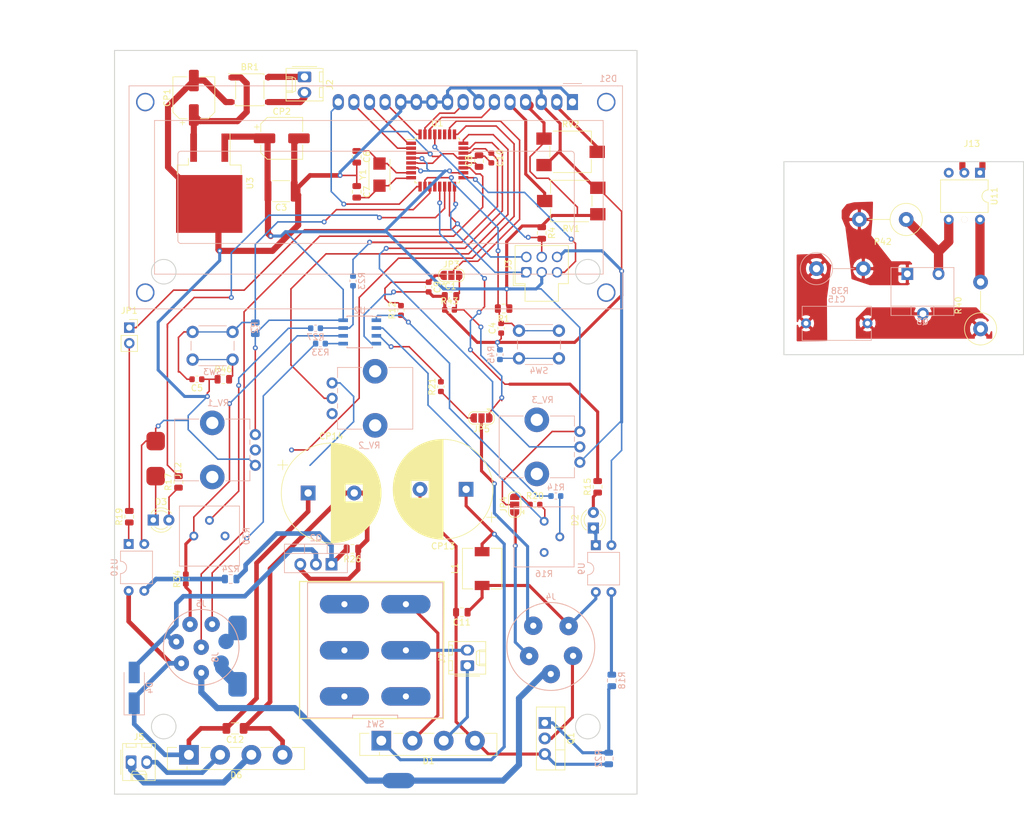
<source format=kicad_pcb>
(kicad_pcb (version 20171130) (host pcbnew 5.0.2+dfsg1-1)
  (layers (0 F.Cu mixed) (31 B.Cu mixed) (34 B.Paste user) (35 F.Paste user) (36 B.SilkS user) (37 F.SilkS user) (38 B.Mask user) (39 F.Mask user) (44 Edge.Cuts user))
  (net 0 "")
  (net 1 "Net-(BR1-Pad1)")
  (net 2 GNDA)
  (net 3 "Net-(BR1-Pad3)")
  (net 4 "Net-(BR1-Pad4)")
  (net 5 +5V)
  (net 6 "Net-(C4-Pad2)")
  (net 7 "Net-(C5-Pad2)")
  (net 8 "Net-(C6-Pad1)")
  (net 9 "Net-(C7-Pad2)")
  (net 10 "Net-(C8-Pad1)")
  (net 11 "Net-(C9-Pad1)")
  (net 12 /-)
  (net 13 "Net-(C15-Pad1)")
  (net 14 "Net-(C15-Pad2)")
  (net 15 /+)
  (net 16 "Net-(D1-Pad3)")
  (net 17 "Net-(D1-Pad2)")
  (net 18 "Net-(D2-Pad2)")
  (net 19 "Net-(D2-Pad1)")
  (net 20 "Net-(D3-Pad1)")
  (net 21 "Net-(D3-Pad2)")
  (net 22 "Net-(D6-Pad2)")
  (net 23 MISO)
  (net 24 SCK)
  (net 25 MOSI)
  (net 26 RESET)
  (net 27 "Net-(J4-Pad2)")
  (net 28 "Net-(J4-Pad4)")
  (net 29 Earth)
  (net 30 /PWM_REWORK_FAN)
  (net 31 "Net-(Q1-Pad1)")
  (net 32 "Net-(Q2-Pad1)")
  (net 33 "Net-(Q3-Pad3)")
  (net 34 "Net-(R12-Pad1)")
  (net 35 "Net-(R14-Pad1)")
  (net 36 /PWM_MAIN_SOLDER)
  (net 37 "Net-(R16-Pad1)")
  (net 38 /PWM_REWORK_HEAT)
  (net 39 "Net-(R18-Pad2)")
  (net 40 "Net-(R19-Pad1)")
  (net 41 "Net-(R23-Pad1)")
  (net 42 "Net-(R24-Pad2)")
  (net 43 "Net-(R27-Pad1)")
  (net 44 "Net-(R30-Pad1)")
  (net 45 "Net-(R33-Pad2)")
  (net 46 "Net-(R40-Pad2)")
  (net 47 "Net-(RV_1-Pad2)")
  (net 48 "Net-(RV_2-Pad2)")
  (net 49 "Net-(RV_3-Pad2)")
  (net 50 "Net-(U1-Pad12)")
  (net 51 "Net-(U11-Pad3)")
  (net 52 "Net-(D4-Pad2)")
  (net 53 "Net-(J6-Pad1)")
  (net 54 "Net-(J4-Pad5)")
  (net 55 "Net-(R21-Pad2)")
  (net 56 "Net-(J6-Pad2)")
  (net 57 "Net-(CP13-Pad1)")
  (net 58 "Net-(D6-Pad3)")
  (net 59 "Net-(J7-Pad2)")
  (net 60 "Net-(J6-Pad8)")
  (net 61 "Net-(SW1-Pad3)")
  (net 62 "Net-(J6-Pad7)")
  (net 63 "Net-(J13-Pad2)")
  (net 64 "Net-(J13-Pad1)")
  (net 65 /term2)
  (net 66 /gnd_24v)
  (net 67 "Net-(JP5-Pad3)")
  (net 68 "Net-(JP4-Pad1)")
  (net 69 "Net-(C1-Pad2)")
  (net 70 "Net-(R45-Pad2)")
  (net 71 "Net-(R46-Pad2)")
  (net 72 /gercon)
  (net 73 /term1)
  (net 74 /+24v)
  (net 75 "Net-(Q3-Pad1)")
  (net 76 "Net-(SW1-Pad6)")
  (net 77 "Net-(SW1-Pad5)")
  (net 78 "Net-(SW1-Pad4)")
  (net 79 "Net-(DS1-Pad5)")
  (net 80 "Net-(DS1-Pad2)")
  (net 81 /4)
  (net 82 /5)
  (net 83 /6)
  (net 84 "Net-(U1-Pad27)")
  (net 85 "Net-(U1-Pad28)")
  (net 86 /3)
  (net 87 /2)
  (net 88 /1)
  (module Capacitor_SMD:C_1206_3216Metric (layer F.Cu) (at 92 152.7 180)
    (fp_text reference C12 (at 0 -1.82 180) (layer F.SilkS))
    (fp_text value 100nF)
    (pad 1 smd roundrect (at -1.4 0 180) (size 1.25 1.75) (layers F.Cu F.Paste F.Mask) (roundrect_rratio 0.2) (net 12 /-))
    (pad 2 smd roundrect (at 1.4 0 180) (size 1.25 1.75) (layers F.Cu F.Paste F.Mask) (roundrect_rratio 0.2) (net 15 /+))
  )
  (module Package_DIP:DIP-6_W7.62mm (layer F.Cu) (at 213.2 62.3 270)
    (fp_text reference U11 (at 3.81 -2.33 270) (layer F.SilkS))
    (fp_text value MOC3041M)
    (pad 1 thru_hole rect (at 0 0 270) (size 1.6 1.6) (drill 0.8) (layers *.Cu *.Mask) (net 64 "Net-(J13-Pad1)"))
    (pad 4 thru_hole oval (at 7.62 5.08 270) (size 1.6 1.6) (drill 0.8) (layers *.Cu *.Mask) (net 33 "Net-(Q3-Pad3)"))
    (pad 2 thru_hole oval (at 0 2.54 270) (size 1.6 1.6) (drill 0.8) (layers *.Cu *.Mask) (net 63 "Net-(J13-Pad2)"))
    (pad "" np_thru_hole circle (at 7.62 2.54 270) (size 1 1) (drill 1) (layers *.SilkS F.Cu))
    (pad 3 thru_hole oval (at 0 5.08 270) (size 1.6 1.6) (drill 0.8) (layers *.Cu *.Mask) (net 51 "Net-(U11-Pad3)"))
    (pad 6 thru_hole oval (at 7.62 0 270) (size 1.6 1.6) (drill 0.8) (layers *.Cu *.Mask) (net 46 "Net-(R40-Pad2)"))
  )
  (module Resistor_THT:R_Axial_DIN0516_L15.5mm_D5.0mm_P7.62mm_Vertical (layer F.Cu) (at 201.2 69.9 180)
    (fp_text reference R42 (at 3.81 -3.62 180) (layer F.SilkS))
    (fp_text value 300)
    (pad 1 thru_hole circle (at 0 0 180) (size 2.4 2.4) (drill 1.2) (layers *.Cu *.Mask) (net 33 "Net-(Q3-Pad3)"))
    (pad 2 thru_hole oval (at 7.62 0 180) (size 2.4 2.4) (drill 1.2) (layers *.Cu *.Mask) (net 75 "Net-(Q3-Pad1)"))
  )
  (module Resistor_THT:R_Axial_DIN0516_L15.5mm_D5.0mm_P7.62mm_Vertical (layer F.Cu) (at 213.3 87.7 90)
    (fp_text reference R40 (at 3.81 -3.62 90) (layer F.SilkS))
    (fp_text value 390)
    (pad 1 thru_hole circle (at 0 0 90) (size 2.4 2.4) (drill 1.2) (layers *.Cu *.Mask) (net 13 "Net-(C15-Pad1)"))
    (pad 2 thru_hole oval (at 7.62 0 90) (size 2.4 2.4) (drill 1.2) (layers *.Cu *.Mask) (net 46 "Net-(R40-Pad2)"))
  )
  (module Diode_SMD:D_SMA_Handsoldering (layer B.Cu) (at 75.6 146.1 90)
    (fp_text reference D4 (at 0 2.5 90) (layer B.SilkS) (effects (justify mirror)))
    (fp_text value 1N5400)
    (pad 1 smd rect (at -2.5 0 90) (size 3.5 1.8) (layers B.Cu B.Paste B.Mask) (net 15 /+))
    (pad 2 smd rect (at 2.5 0 90) (size 3.5 1.8) (layers B.Cu B.Paste B.Mask) (net 52 "Net-(D4-Pad2)"))
  )
  (module custom:small_conn_clear_02x01 (layer F.Cu) (at 211.87 63.69 180)
    (fp_text reference J13 (at -0.01 6.12 180) (layer F.SilkS))
    (fp_text value Conn_01x02_Male)
    (pad 1 smd roundrect (at -1.73 2.49 180) (size 1 1.5) (layers F.Cu F.Paste F.Mask) (net 64 "Net-(J13-Pad1)"))
    (pad 2 smd roundrect (at 1.53 2.47 180) (size 1 1.5) (layers F.Cu F.Paste F.Mask) (net 63 "Net-(J13-Pad2)"))
  )
  (module Package_TO_SOT_SMD:TO-263-2 (layer F.Cu) (at 87.8 64 270)
    (fp_text reference U3 (at 0 -6.65 270) (layer F.SilkS))
    (fp_text value LM7805_TO220)
    (pad 1 smd rect (at -5.775 -2.54 270) (size 4.6 1.1) (layers F.Cu F.Paste F.Mask) (net 5 +5V))
    (pad 3 smd rect (at -5.775 2.54 270) (size 4.6 1.1) (layers F.Cu F.Paste F.Mask) (net 1 "Net-(BR1-Pad1)"))
    (pad 2 smd rect (at 3.375 0 270) (size 9.4 10.8) (layers F.Cu F.Mask) (net 2 GNDA))
  )
  (module Connector_Molex:Molex_Nano-Fit_105310-xx06_2x03_P2.50mm_Vertical (layer F.Cu) (at 139.4 78.5 90)
    (fp_text reference J3 (at 1.25 -2.92 90) (layer F.SilkS))
    (fp_text value ISP)
    (pad "" np_thru_hole circle (at -1.34 1.25 90) (size 1.3 1.3) (drill 1.3) (layers *.Cu *.Mask))
    (pad 6 thru_hole circle (at 2.5 5 90) (size 1.7 1.7) (drill 1.2) (layers *.Cu *.Mask) (net 2 GNDA))
    (pad 5 thru_hole circle (at 2.5 2.5 90) (size 1.7 1.7) (drill 1.2) (layers *.Cu *.Mask) (net 26 RESET))
    (pad 4 thru_hole circle (at 2.5 0 90) (size 1.7 1.7) (drill 1.2) (layers *.Cu *.Mask) (net 25 MOSI))
    (pad 3 thru_hole circle (at 0 5 90) (size 1.7 1.7) (drill 1.2) (layers *.Cu *.Mask) (net 24 SCK))
    (pad 2 thru_hole circle (at 0 2.5 90) (size 1.7 1.7) (drill 1.2) (layers *.Cu *.Mask) (net 5 +5V))
    (pad 1 thru_hole custom (at 0 0 90) (size 1.417157 1.417157) (drill 1.2) (layers *.Cu *.Mask) (net 23 MISO) (options (clearance outline) (anchor circle)) (primitives (gr_poly (pts (xy -0.6 -0.6) (xy 0.6 -0.6) (xy 0.6 0.6) (xy -0.2 0.6) (xy -0.6 0.2)) (width 0.5))))
  )
  (module Capacitor_SMD:CP_Elec_6.3x5.4 (layer F.Cu) (at 99.6 56.7)
    (fp_text reference CP2 (at 0 -4.35) (layer F.SilkS))
    (fp_text value 100uF)
    (pad 2 smd roundrect (at 2.8 0) (size 3.5 1.6) (layers F.Cu F.Paste F.Mask) (roundrect_rratio 0.15625) (net 2 GNDA))
    (pad 1 smd roundrect (at -2.8 0) (size 3.5 1.6) (layers F.Cu F.Paste F.Mask) (roundrect_rratio 0.15625) (net 5 +5V))
  )
  (module Capacitor_SMD:CP_Elec_6.3x5.4 (layer F.Cu) (at 85.3 50.1 90)
    (fp_text reference CP1 (at 0 -4.35 90) (layer F.SilkS))
    (fp_text value 100uF)
    (pad 1 smd roundrect (at -2.8 0 90) (size 3.5 1.6) (layers F.Cu F.Paste F.Mask) (roundrect_rratio 0.15625) (net 1 "Net-(BR1-Pad1)"))
    (pad 2 smd roundrect (at 2.8 0 90) (size 3.5 1.6) (layers F.Cu F.Paste F.Mask) (roundrect_rratio 0.15625) (net 2 GNDA))
  )
  (module Resistor_SMD:R_0805_2012Metric (layer F.Cu) (at 90.1 95.9)
    (fp_text reference R46 (at 0 -1.65) (layer F.SilkS))
    (fp_text value 1k)
    (pad 1 smd roundrect (at -0.9375 0) (size 0.975 1.4) (layers F.Cu F.Paste F.Mask) (net 2 GNDA))
    (pad 2 smd roundrect (at 0.9375 0) (size 0.975 1.4) (layers F.Cu F.Paste F.Mask) (net 71 "Net-(R46-Pad2)"))
  )
  (module Potentiometer_SMD:Potentiometer_ACP_CA6-VSMD_Vertical (layer F.Cu) (at 146.6 58.9)
    (fp_text reference RV2 (at 0 -4.5) (layer F.SilkS))
    (fp_text value 10k)
    (pad 1 smd rect (at -4.325 2.15) (size 2.5 2) (layers F.Cu F.Paste F.Mask) (net 2 GNDA))
    (pad 2 smd rect (at 4.325 0) (size 2.5 2) (layers F.Cu F.Paste F.Mask) (net 80 "Net-(DS1-Pad2)"))
    (pad 3 smd rect (at -4.325 -2.15) (size 2.5 2) (layers F.Cu F.Paste F.Mask) (net 5 +5V))
  )
  (module Potentiometer_SMD:Potentiometer_ACP_CA6-VSMD_Vertical (layer F.Cu) (at 146.7 66.9 180)
    (fp_text reference RV1 (at 0 -4.5 180) (layer F.SilkS))
    (fp_text value 10k)
    (pad 3 smd rect (at -4.325 -2.15 180) (size 2.5 2) (layers F.Cu F.Paste F.Mask) (net 5 +5V))
    (pad 2 smd rect (at 4.325 0 180) (size 2.5 2) (layers F.Cu F.Paste F.Mask) (net 79 "Net-(DS1-Pad5)"))
    (pad 1 smd rect (at -4.325 2.15 180) (size 2.5 2) (layers F.Cu F.Paste F.Mask) (net 2 GNDA))
  )
  (module Display:WC1602A (layer B.Cu) (at 146.9 50.8 180)
    (fp_text reference DS1 (at -5.82 3.81 180) (layer B.SilkS) (effects (justify mirror)))
    (fp_text value HY1602E)
    (pad 1 thru_hole rect (at 0 0 180) (size 1.8 2.6) (drill 1.2) (layers *.Cu *.Mask) (net 2 GNDA))
    (pad 2 thru_hole oval (at 2.54 0 180) (size 1.8 2.6) (drill 1.2) (layers *.Cu *.Mask) (net 80 "Net-(DS1-Pad2)"))
    (pad 3 thru_hole oval (at 5.08 0 180) (size 1.8 2.6) (drill 1.2) (layers *.Cu *.Mask) (net 2 GNDA))
    (pad 4 thru_hole oval (at 7.62 0 180) (size 1.8 2.6) (drill 1.2) (layers *.Cu *.Mask) (net 5 +5V))
    (pad 5 thru_hole oval (at 10.16 0 180) (size 1.8 2.6) (drill 1.2) (layers *.Cu *.Mask) (net 79 "Net-(DS1-Pad5)"))
    (pad 6 thru_hole oval (at 12.7 0 180) (size 1.8 2.6) (drill 1.2) (layers *.Cu *.Mask) (net 88 /1))
    (pad 7 thru_hole oval (at 15.24 0 180) (size 1.8 2.6) (drill 1.2) (layers *.Cu *.Mask) (net 2 GNDA))
    (pad 8 thru_hole oval (at 17.78 0 180) (size 1.8 2.6) (drill 1.2) (layers *.Cu *.Mask) (net 87 /2))
    (pad 9 thru_hole oval (at 20.32 0 180) (size 1.8 2.6) (drill 1.2) (layers *.Cu *.Mask) (net 2 GNDA))
    (pad 10 thru_hole oval (at 22.86 0 180) (size 1.8 2.6) (drill 1.2) (layers *.Cu *.Mask) (net 2 GNDA))
    (pad 11 thru_hole oval (at 25.4 0 180) (size 1.8 2.6) (drill 1.2) (layers *.Cu *.Mask) (net 2 GNDA))
    (pad 12 thru_hole oval (at 27.94 0 180) (size 1.8 2.6) (drill 1.2) (layers *.Cu *.Mask) (net 2 GNDA))
    (pad 13 thru_hole oval (at 30.48 0 180) (size 1.8 2.6) (drill 1.2) (layers *.Cu *.Mask) (net 86 /3))
    (pad 14 thru_hole oval (at 33.02 0 180) (size 1.8 2.6) (drill 1.2) (layers *.Cu *.Mask) (net 81 /4))
    (pad 15 thru_hole oval (at 35.56 0 180) (size 1.8 2.6) (drill 1.2) (layers *.Cu *.Mask) (net 82 /5))
    (pad 16 thru_hole oval (at 38.1 0 180) (size 1.8 2.6) (drill 1.2) (layers *.Cu *.Mask) (net 83 /6))
    (pad "" thru_hole circle (at -5.4991 0 180) (size 3 3) (drill 2.5) (layers *.Cu *.Mask))
    (pad "" thru_hole circle (at -5.4991 -31.0007 180) (size 3 3) (drill 2.5) (layers *.Cu *.Mask))
    (pad "" thru_hole circle (at 69.49948 -31.0007 180) (size 3 3) (drill 2.5) (layers *.Cu *.Mask))
    (pad "" thru_hole circle (at 69.5 0 180) (size 3 3) (drill 2.5) (layers *.Cu *.Mask))
  )
  (module Resistor_SMD:R_0805_2012Metric (layer B.Cu) (at 95.3 87.6 90)
    (fp_text reference R2 (at 0.1 -0.1 90) (layer B.SilkS) (effects (justify mirror)))
    (fp_text value 10k)
    (pad 2 smd roundrect (at 0.9375 0 90) (size 0.975 1.4) (layers B.Cu B.Paste B.Mask) (net 7 "Net-(C5-Pad2)"))
    (pad 1 smd roundrect (at -0.9375 0 90) (size 0.975 1.4) (layers B.Cu B.Paste B.Mask) (net 5 +5V))
  )
  (module Resistor_SMD:R_0805_2012Metric (layer F.Cu) (at 135.7 84.4 180)
    (fp_text reference R1 (at 0 -1.65 180) (layer F.SilkS))
    (fp_text value 10k)
    (pad 1 smd roundrect (at -0.9375 0 180) (size 0.975 1.4) (layers F.Cu F.Paste F.Mask) (net 5 +5V))
    (pad 2 smd roundrect (at 0.9375 0 180) (size 0.975 1.4) (layers F.Cu F.Paste F.Mask) (net 6 "Net-(C4-Pad2)"))
  )
  (module Diode_THT:Diode_Bridge_Vishay_GBU (layer F.Cu) (at 115.8 154.7)
    (fp_text reference D1 (at 7.7 3.3 -180) (layer F.SilkS))
    (fp_text value GBU8A)
    (pad 4 thru_hole circle (at 15.24 0) (size 3.2 3.2) (drill 1.6) (layers *.Cu *.Mask) (net 66 /gnd_24v))
    (pad 3 thru_hole circle (at 10.16 0) (size 3.2 3.2) (drill 1.6) (layers *.Cu *.Mask) (net 16 "Net-(D1-Pad3)"))
    (pad 2 thru_hole circle (at 5.08 0) (size 3.2 3.2) (drill 1.6) (layers *.Cu *.Mask) (net 17 "Net-(D1-Pad2)"))
    (pad 1 thru_hole rect (at 0 0) (size 3.2 3.2) (drill 1.6) (layers *.Cu *.Mask) (net 57 "Net-(CP13-Pad1)"))
  )
  (module Capacitor_SMD:C_1812_4532Metric (layer F.Cu) (at 99.5 65.3 180)
    (fp_text reference C3 (at 0 -2.65 180) (layer F.SilkS))
    (fp_text value 100nF)
    (pad 1 smd roundrect (at -2.1375 0 180) (size 1.125 3.4) (layers F.Cu F.Paste F.Mask) (roundrect_rratio 0.222222) (net 2 GNDA))
    (pad 2 smd roundrect (at 2.1375 0 180) (size 1.125 3.4) (layers F.Cu F.Paste F.Mask) (roundrect_rratio 0.222222) (net 5 +5V))
  )
  (module Jumper:SolderJumper-3_P1.3mm_Open_RoundedPad1.0x1.5mm (layer F.Cu) (at 137.5 116.3 90)
    (fp_text reference JP4 (at 0 -1.8 90) (layer F.SilkS))
    (fp_text value JP_TH1)
    (pad 2 smd custom (at -1.3 0 90) (size 1 0.5) (layers F.Cu F.Mask) (net 28 "Net-(J4-Pad4)") (options (clearance outline) (anchor rect)) (primitives (gr_circle (center 0 0.25) (end 0.5 0.25) (width 0)) (gr_circle (center 0 -0.25) (end 0.5 -0.25) (width 0)) (gr_poly (pts (xy 0.55 -0.75) (xy 0 -0.75) (xy 0 0.75) (xy 0.55 0.75)) (width 0))))
    (pad 1 smd custom (at 1.3 0 90) (size 1 0.5) (layers F.Cu F.Mask) (net 68 "Net-(JP4-Pad1)") (options (clearance outline) (anchor rect)) (primitives (gr_circle (center 0 0.25) (end 0.5 0.25) (width 0)) (gr_circle (center 0 -0.25) (end 0.5 -0.25) (width 0)) (gr_poly (pts (xy -0.55 -0.75) (xy 0 -0.75) (xy 0 0.75) (xy -0.55 0.75)) (width 0))))
    (pad 3 smd rect (at 0 0 90) (size 1 1.5) (layers F.Cu F.Mask) (net 5 +5V))
  )
  (module Jumper:SolderJumper-3_P1.3mm_Open_RoundedPad1.0x1.5mm (layer F.Cu) (at 132.1 102.2 180)
    (fp_text reference JP5 (at 0 -1.8 180) (layer F.SilkS))
    (fp_text value JP_TH2)
    (pad 2 smd rect (at 0 0 180) (size 1 1.5) (layers F.Cu F.Mask) (net 54 "Net-(J4-Pad5)"))
    (pad 3 smd custom (at 1.3 0 180) (size 1 0.5) (layers F.Cu F.Mask) (net 67 "Net-(JP5-Pad3)") (options (clearance outline) (anchor rect)) (primitives (gr_circle (center 0 0.25) (end 0.5 0.25) (width 0)) (gr_circle (center 0 -0.25) (end 0.5 -0.25) (width 0)) (gr_poly (pts (xy -0.55 -0.75) (xy 0 -0.75) (xy 0 0.75) (xy -0.55 0.75)) (width 0))))
    (pad 1 smd custom (at -1.3 0 180) (size 1 0.5) (layers F.Cu F.Mask) (net 69 "Net-(C1-Pad2)") (options (clearance outline) (anchor rect)) (primitives (gr_circle (center 0 0.25) (end 0.5 0.25) (width 0)) (gr_circle (center 0 -0.25) (end 0.5 -0.25) (width 0)) (gr_poly (pts (xy 0.55 -0.75) (xy 0 -0.75) (xy 0 0.75) (xy 0.55 0.75)) (width 0))))
  )
  (module Jumper:SolderJumper-3_P1.3mm_Open_RoundedPad1.0x1.5mm (layer F.Cu) (at 127.2 79)
    (fp_text reference JP3 (at 0 -1.8) (layer F.SilkS))
    (fp_text value JP_TH3)
    (pad 1 smd custom (at -1.3 0) (size 1 0.5) (layers F.Cu F.Mask) (net 11 "Net-(C9-Pad1)") (options (clearance outline) (anchor rect)) (primitives (gr_circle (center 0 0.25) (end 0.5 0.25) (width 0)) (gr_circle (center 0 -0.25) (end 0.5 -0.25) (width 0)) (gr_poly (pts (xy 0.55 -0.75) (xy 0 -0.75) (xy 0 0.75) (xy 0.55 0.75)) (width 0))))
    (pad 3 smd custom (at 1.3 0) (size 1 0.5) (layers F.Cu F.Mask) (net 69 "Net-(C1-Pad2)") (options (clearance outline) (anchor rect)) (primitives (gr_circle (center 0 0.25) (end 0.5 0.25) (width 0)) (gr_circle (center 0 -0.25) (end 0.5 -0.25) (width 0)) (gr_poly (pts (xy -0.55 -0.75) (xy 0 -0.75) (xy 0 0.75) (xy -0.55 0.75)) (width 0))))
    (pad 2 smd rect (at 0 0) (size 1 1.5) (layers F.Cu F.Mask) (net 73 /term1))
  )
  (module Capacitor_SMD:C_0603_1608Metric (layer F.Cu) (at 123.5 80.9 270)
    (fp_text reference C9 (at 0 -1.43 270) (layer F.SilkS))
    (fp_text value 0.1u)
    (pad 2 smd roundrect (at 0.7875 0 270) (size 0.875 0.95) (layers F.Cu F.Paste F.Mask) (net 2 GNDA))
    (pad 1 smd roundrect (at -0.7875 0 270) (size 0.875 0.95) (layers F.Cu F.Paste F.Mask) (net 11 "Net-(C9-Pad1)"))
  )
  (module Capacitor_SMD:C_0603_1608Metric (layer F.Cu) (at 133.7 59.9 270)
    (fp_text reference C10 (at 0 -1.43 270) (layer F.SilkS))
    (fp_text value 0.1u)
    (pad 1 smd roundrect (at -0.7875 0 270) (size 0.875 0.95) (layers F.Cu F.Paste F.Mask) (net 65 /term2))
    (pad 2 smd roundrect (at 0.7875 0 270) (size 0.875 0.95) (layers F.Cu F.Paste F.Mask) (net 2 GNDA))
  )
  (module Package_SO:SOIC-8_3.9x4.9mm_P1.27mm (layer B.Cu) (at 112.3 88.2 180)
    (fp_text reference U2 (at 0 3.5 180) (layer B.SilkS) (effects (justify mirror)))
    (fp_text value LM358)
    (pad 1 smd rect (at -2.7 1.905 180) (size 1.55 0.6) (layers B.Cu B.Paste B.Mask) (net 34 "Net-(R12-Pad1)"))
    (pad 2 smd rect (at -2.7 0.635 180) (size 1.55 0.6) (layers B.Cu B.Paste B.Mask) (net 37 "Net-(R16-Pad1)"))
    (pad 3 smd rect (at -2.7 -0.635 180) (size 1.55 0.6) (layers B.Cu B.Paste B.Mask) (net 55 "Net-(R21-Pad2)"))
    (pad 4 smd rect (at -2.7 -1.905 180) (size 1.55 0.6) (layers B.Cu B.Paste B.Mask) (net 2 GNDA))
    (pad 5 smd rect (at 2.7 -1.905 180) (size 1.55 0.6) (layers B.Cu B.Paste B.Mask) (net 45 "Net-(R33-Pad2)"))
    (pad 6 smd rect (at 2.7 -0.635 180) (size 1.55 0.6) (layers B.Cu B.Paste B.Mask) (net 44 "Net-(R30-Pad1)"))
    (pad 7 smd rect (at 2.7 0.635 180) (size 1.55 0.6) (layers B.Cu B.Paste B.Mask) (net 41 "Net-(R23-Pad1)"))
    (pad 8 smd rect (at 2.7 1.905 180) (size 1.55 0.6) (layers B.Cu B.Paste B.Mask) (net 5 +5V))
  )
  (module Resistor_SMD:R_0603_1608Metric (layer B.Cu) (at 105.1 87.6)
    (fp_text reference R27 (at 0 1.43) (layer B.SilkS) (effects (justify mirror)))
    (fp_text value 100k)
    (pad 1 smd roundrect (at -0.7875 0) (size 0.875 0.95) (layers B.Cu B.Paste B.Mask) (net 43 "Net-(R27-Pad1)"))
    (pad 2 smd roundrect (at 0.7875 0) (size 0.875 0.95) (layers B.Cu B.Paste B.Mask) (net 41 "Net-(R23-Pad1)"))
  )
  (module Resistor_SMD:R_0603_1608Metric (layer B.Cu) (at 105.9 90.1)
    (fp_text reference R33 (at 0 1.43) (layer B.SilkS) (effects (justify mirror)))
    (fp_text value 1k)
    (pad 2 smd roundrect (at 0.7875 0) (size 0.875 0.95) (layers B.Cu B.Paste B.Mask) (net 45 "Net-(R33-Pad2)"))
    (pad 1 smd roundrect (at -0.7875 0) (size 0.875 0.95) (layers B.Cu B.Paste B.Mask) (net 53 "Net-(J6-Pad1)"))
  )
  (module Resistor_SMD:R_0603_1608Metric (layer F.Cu) (at 84 128.4 90)
    (fp_text reference R34 (at 0 -1.43 90) (layer F.SilkS))
    (fp_text value 1k)
    (pad 1 smd roundrect (at -0.7875 0 90) (size 0.875 0.95) (layers F.Cu F.Paste F.Mask) (net 56 "Net-(J6-Pad2)"))
    (pad 2 smd roundrect (at 0.7875 0 90) (size 0.875 0.95) (layers F.Cu F.Paste F.Mask) (net 44 "Net-(R30-Pad1)"))
  )
  (module Resistor_SMD:R_0603_1608Metric (layer F.Cu) (at 126.9 84.6)
    (fp_text reference R43 (at 0 -1.43) (layer F.SilkS))
    (fp_text value 4k7)
    (pad 2 smd roundrect (at 0.7875 0) (size 0.875 0.95) (layers F.Cu F.Paste F.Mask) (net 69 "Net-(C1-Pad2)"))
    (pad 1 smd roundrect (at -0.7875 0) (size 0.875 0.95) (layers F.Cu F.Paste F.Mask) (net 2 GNDA))
  )
  (module Resistor_SMD:R_0603_1608Metric (layer F.Cu) (at 119 84.7 90)
    (fp_text reference R12 (at 0 -1.43 90) (layer F.SilkS))
    (fp_text value 10k)
    (pad 1 smd roundrect (at -0.7875 0 90) (size 0.875 0.95) (layers F.Cu F.Paste F.Mask) (net 34 "Net-(R12-Pad1)"))
    (pad 2 smd roundrect (at 0.7875 0 90) (size 0.875 0.95) (layers F.Cu F.Paste F.Mask) (net 11 "Net-(C9-Pad1)"))
  )
  (module Resistor_SMD:R_0603_1608Metric (layer B.Cu) (at 144.2 114.9 180)
    (fp_text reference R14 (at 0 1.43 180) (layer B.SilkS) (effects (justify mirror)))
    (fp_text value 100k)
    (pad 2 smd roundrect (at 0.7875 0 180) (size 0.875 0.95) (layers B.Cu B.Paste B.Mask) (net 34 "Net-(R12-Pad1)"))
    (pad 1 smd roundrect (at -0.7875 0 180) (size 0.875 0.95) (layers B.Cu B.Paste B.Mask) (net 35 "Net-(R14-Pad1)"))
  )
  (module Resistor_SMD:R_0603_1608Metric (layer F.Cu) (at 140.8 116.3)
    (fp_text reference R20 (at 0 -1.43) (layer F.SilkS))
    (fp_text value 1k)
    (pad 1 smd roundrect (at -0.7875 0) (size 0.875 0.95) (layers F.Cu F.Paste F.Mask) (net 68 "Net-(JP4-Pad1)"))
    (pad 2 smd roundrect (at 0.7875 0) (size 0.875 0.95) (layers F.Cu F.Paste F.Mask) (net 37 "Net-(R16-Pad1)"))
  )
  (module Resistor_SMD:R_0603_1608Metric (layer F.Cu) (at 125.5 97.1 90)
    (fp_text reference R21 (at 0 -1.43 90) (layer F.SilkS))
    (fp_text value 1k)
    (pad 2 smd roundrect (at 0.7875 0 90) (size 0.875 0.95) (layers F.Cu F.Paste F.Mask) (net 55 "Net-(R21-Pad2)"))
    (pad 1 smd roundrect (at -0.7875 0 90) (size 0.875 0.95) (layers F.Cu F.Paste F.Mask) (net 67 "Net-(JP5-Pad3)"))
  )
  (module Resistor_SMD:R_0603_1608Metric (layer B.Cu) (at 111.2 79.9 90)
    (fp_text reference R23 (at 0 1.43 90) (layer B.SilkS) (effects (justify mirror)))
    (fp_text value 10k)
    (pad 1 smd roundrect (at -0.7875 0 90) (size 0.875 0.95) (layers B.Cu B.Paste B.Mask) (net 41 "Net-(R23-Pad1)"))
    (pad 2 smd roundrect (at 0.7875 0 90) (size 0.875 0.95) (layers B.Cu B.Paste B.Mask) (net 65 /term2))
  )
  (module Resistor_SMD:R_0805_2012Metric (layer F.Cu) (at 141.9 72.1 270)
    (fp_text reference R4 (at 0 -1.65 270) (layer F.SilkS))
    (fp_text value 10k)
    (pad 2 smd roundrect (at 0.9375 0 270) (size 0.975 1.4) (layers F.Cu F.Paste F.Mask) (net 26 RESET))
    (pad 1 smd roundrect (at -0.9375 0 270) (size 0.975 1.4) (layers F.Cu F.Paste F.Mask) (net 5 +5V))
  )
  (module Inductor_SMD:L_6.3x6.3_H3 (layer F.Cu) (at 132.2 126.7 90)
    (fp_text reference L1 (at 0 -4.45 90) (layer F.SilkS))
    (fp_text value 300uH)
    (pad 1 smd rect (at -2.75 0 90) (size 1.5 2.4) (layers F.Cu F.Paste F.Mask) (net 74 /+24v))
    (pad 2 smd rect (at 2.75 0 90) (size 1.5 2.4) (layers F.Cu F.Paste F.Mask) (net 57 "Net-(CP13-Pad1)"))
  )
  (module Capacitor_SMD:C_0603_1608Metric (layer F.Cu) (at 135.3 87.6 90)
    (fp_text reference C4 (at 0 -1.43 90) (layer F.SilkS))
    (fp_text value 0.1u)
    (pad 2 smd roundrect (at 0.7875 0 90) (size 0.875 0.95) (layers F.Cu F.Paste F.Mask) (net 6 "Net-(C4-Pad2)"))
    (pad 1 smd roundrect (at -0.7875 0 90) (size 0.875 0.95) (layers F.Cu F.Paste F.Mask) (net 2 GNDA))
  )
  (module Capacitor_SMD:C_0603_1608Metric (layer F.Cu) (at 85.8 95.9 180)
    (fp_text reference C5 (at 0 -1.43 180) (layer F.SilkS))
    (fp_text value 0.1u)
    (pad 1 smd roundrect (at -0.7875 0 180) (size 0.875 0.95) (layers F.Cu F.Paste F.Mask) (net 2 GNDA))
    (pad 2 smd roundrect (at 0.7875 0 180) (size 0.875 0.95) (layers F.Cu F.Paste F.Mask) (net 7 "Net-(C5-Pad2)"))
  )
  (module Resistor_SMD:R_0603_1608Metric (layer B.Cu) (at 135.1 91.9 270)
    (fp_text reference R45 (at 0 1.43 270) (layer B.SilkS) (effects (justify mirror)))
    (fp_text value 1k)
    (pad 2 smd roundrect (at 0.7875 0 270) (size 0.875 0.95) (layers B.Cu B.Paste B.Mask) (net 70 "Net-(R45-Pad2)"))
    (pad 1 smd roundrect (at -0.7875 0 270) (size 0.875 0.95) (layers B.Cu B.Paste B.Mask) (net 2 GNDA))
  )
  (module Capacitor_SMD:C_0805_2012Metric (layer F.Cu) (at 127.0625 82.4)
    (fp_text reference C1 (at 0 -1.65) (layer F.SilkS))
    (fp_text value 10nF)
    (pad 2 smd roundrect (at 0.9375 0) (size 0.975 1.4) (layers F.Cu F.Paste F.Mask) (net 69 "Net-(C1-Pad2)"))
    (pad 1 smd roundrect (at -0.9375 0) (size 0.975 1.4) (layers F.Cu F.Paste F.Mask) (net 2 GNDA))
  )
  (module Connector_PinSocket_2.54mm:PinSocket_1x02_P2.54mm_Vertical (layer F.Cu) (at 74.8 87.5)
    (fp_text reference JP1 (at 0 -2.77) (layer F.SilkS))
    (fp_text value Prog)
    (pad 1 thru_hole rect (at 0 0) (size 1.7 1.7) (drill 1) (layers *.Cu *.Mask) (net 25 MOSI))
    (pad 2 thru_hole oval (at 0 2.54) (size 1.7 1.7) (drill 1) (layers *.Cu *.Mask) (net 30 /PWM_REWORK_FAN))
  )
  (module custom:conn_clear_02x01 (layer F.Cu) (at 76.6 110.7 90)
    (fp_text reference J12 (at -0.01 6.12 90) (layer F.SilkS))
    (fp_text value Conn_01x02_Female)
    (pad 1 smd roundrect (at -0.96 2.49 90) (size 3 3) (layers F.Cu F.Paste F.Mask) (net 20 "Net-(D3-Pad1)"))
    (pad 2 smd roundrect (at 4.74 2.49 90) (size 3 3) (layers F.Cu F.Paste F.Mask) (net 2 GNDA))
  )
  (module custom:conn_clear_02x01 (layer B.Cu) (at 94.9 141.1 90)
    (fp_text reference J8 (at -0.01 -6.12 90) (layer B.SilkS) (effects (justify mirror)))
    (fp_text value heat)
    (pad 2 smd roundrect (at 4.74 -2.49 90) (size 4 3) (layers B.Cu B.Paste B.Mask) (net 62 "Net-(J6-Pad7)"))
    (pad 1 smd roundrect (at -4.43 -2.49 90) (size 4 3) (layers B.Cu B.Paste B.Mask) (net 60 "Net-(J6-Pad8)"))
  )
  (module custom:TO-220-3_Vertical_power (layer B.Cu) (at 201.3 79.1)
    (fp_text reference Q3 (at 2.54 7.42) (layer B.SilkS) (effects (justify mirror)))
    (fp_text value BT139-600)
    (pad 1 thru_hole rect (at 0.08 -0.35) (size 1.905 2) (drill 1.1) (layers *.Cu *.Mask) (net 75 "Net-(Q3-Pad1)"))
    (pad 2 thru_hole oval (at 2.62 6.15) (size 1.905 2) (drill 1.1) (layers *.Cu *.Mask) (net 13 "Net-(C15-Pad1)"))
    (pad 3 thru_hole oval (at 5.16 -0.35) (size 1.905 2) (drill 1.1) (layers *.Cu *.Mask) (net 33 "Net-(Q3-Pad3)"))
  )
  (module Resistor_THT:R_Axial_DIN0516_L15.5mm_D5.0mm_P7.62mm_Vertical (layer B.Cu) (at 186.6 77.9)
    (fp_text reference R38 (at 3.81 3.62) (layer B.SilkS) (effects (justify mirror)))
    (fp_text value 39)
    (pad 1 thru_hole circle (at 0 0) (size 2.4 2.4) (drill 1.2) (layers *.Cu *.Mask) (net 14 "Net-(C15-Pad2)"))
    (pad 2 thru_hole oval (at 7.62 0) (size 2.4 2.4) (drill 1.2) (layers *.Cu *.Mask) (net 75 "Net-(Q3-Pad1)"))
  )
  (module custom:SWICH (layer B.Cu) (at 114.8 140 90)
    (fp_text reference SW1 (at -12 0) (layer B.SilkS) (effects (justify mirror)))
    (fp_text value SW_SPDT2)
    (pad 3 thru_hole oval (at -7.5 5 90) (size 3 8) (drill 1) (layers *.Cu *.Mask) (net 61 "Net-(SW1-Pad3)"))
    (pad 6 thru_hole oval (at -7.5 -5 90) (size 3 8) (drill 1) (layers *.Cu *.Mask) (net 76 "Net-(SW1-Pad6)"))
    (pad 2 thru_hole oval (at 0 5 90) (size 3 8) (drill 1) (layers *.Cu *.Mask) (net 59 "Net-(J7-Pad2)"))
    (pad 5 thru_hole oval (at 0 -5 90) (size 3 8) (drill 1) (layers *.Cu *.Mask) (net 77 "Net-(SW1-Pad5)"))
    (pad 1 thru_hole oval (at 7.5 5 90) (size 3 8) (drill 1) (layers *.Cu *.Mask) (net 17 "Net-(D1-Pad2)"))
    (pad 4 thru_hole oval (at 7.5 -5 90) (size 3 8) (drill 1) (layers *.Cu *.Mask) (net 78 "Net-(SW1-Pad4)"))
  )
  (module Potentiometer_THT:Potentiometer_Bourns_3386P_Vertical (layer B.Cu) (at 142.3 119)
    (fp_text reference R16 (at -0.015 8.555) (layer B.SilkS) (effects (justify mirror)))
    (fp_text value 50k)
    (pad 1 thru_hole circle (at 0 0) (size 1.44 1.44) (drill 0.8) (layers *.Cu *.Mask) (net 37 "Net-(R16-Pad1)"))
    (pad 2 thru_hole circle (at 2.54 2.54) (size 1.44 1.44) (drill 0.8) (layers *.Cu *.Mask) (net 35 "Net-(R14-Pad1)"))
    (pad 3 thru_hole circle (at 0 5.08) (size 1.44 1.44) (drill 0.8) (layers *.Cu *.Mask))
  )
  (module Potentiometer_THT:Potentiometer_Bourns_3386P_Vertical (layer B.Cu) (at 85.3 121.4 90)
    (fp_text reference R30 (at -0.015 8.555 90) (layer B.SilkS) (effects (justify mirror)))
    (fp_text value 50k)
    (pad 3 thru_hole circle (at 0 5.08 90) (size 1.44 1.44) (drill 0.8) (layers *.Cu *.Mask))
    (pad 2 thru_hole circle (at 2.54 2.54 90) (size 1.44 1.44) (drill 0.8) (layers *.Cu *.Mask) (net 43 "Net-(R27-Pad1)"))
    (pad 1 thru_hole circle (at 0 0 90) (size 1.44 1.44) (drill 0.8) (layers *.Cu *.Mask) (net 44 "Net-(R30-Pad1)"))
  )
  (module Connector_Molex:Molex_KK-254_AE-6410-02A_1x02_P2.54mm_Vertical (layer F.Cu) (at 103.3 46.7 270)
    (fp_text reference J2 (at 1.27 -4.12 270) (layer F.SilkS))
    (fp_text value power_in2_10v)
    (pad 2 thru_hole oval (at 2.54 0 270) (size 1.74 2.2) (drill 1.2) (layers *.Cu *.Mask) (net 3 "Net-(BR1-Pad3)"))
    (pad 1 thru_hole roundrect (at 0 0 270) (size 1.74 2.2) (drill 1.2) (layers *.Cu *.Mask) (roundrect_rratio 0.143678) (net 4 "Net-(BR1-Pad4)"))
  )
  (module Connector_Molex:Molex_KK-254_AE-6410-02A_1x02_P2.54mm_Vertical (layer F.Cu) (at 129.8 142.5 90)
    (fp_text reference J7 (at 1.27 -4.12 90) (layer F.SilkS))
    (fp_text value power_in2_24v)
    (pad 1 thru_hole roundrect (at 0 0 90) (size 1.74 2.2) (drill 1.2) (layers *.Cu *.Mask) (roundrect_rratio 0.143678) (net 16 "Net-(D1-Pad3)"))
    (pad 2 thru_hole oval (at 2.54 0 90) (size 1.74 2.2) (drill 1.2) (layers *.Cu *.Mask) (net 59 "Net-(J7-Pad2)"))
  )
  (module Connector:GX-16-8 (layer B.Cu) (at 86.5 139.5 180)
    (fp_text reference J6 (at 0 7.075 180) (layer B.SilkS) (effects (justify mirror)))
    (fp_text value "Rework Solder Out")
    (pad 3 thru_hole circle (at 0 0 180) (size 2.5 2.5) (drill 1) (layers *.Cu *.Mask) (net 72 /gercon))
    (pad 1 thru_hole oval (at -1.78195 3.747953 180) (size 2.5 2.5) (drill 1) (layers *.Cu *.Mask) (net 53 "Net-(J6-Pad1)"))
    (pad 7 smd oval (at -4.041295 0.943626 180) (size 2.5 2.5) (layers B.Cu B.Paste B.Mask) (net 62 "Net-(J6-Pad7)"))
    (pad 8 smd oval (at -3.257463 -2.57127 180) (size 2.5 2.5) (layers B.Cu B.Paste B.Mask) (net 60 "Net-(J6-Pad8)"))
    (pad 4 thru_hole oval (at -0.020694 -4.149948 180) (size 2.5 2.5) (drill 1) (layers *.Cu *.Mask) (net 29 Earth))
    (pad 5 thru_hole oval (at 3.231657 -2.60363 180) (size 2.5 2.5) (drill 1) (layers *.Cu *.Mask) (net 15 /+))
    (pad 6 thru_hole oval (at 4.050505 0.903274 180) (size 2.5 2.5) (drill 1) (layers *.Cu *.Mask) (net 52 "Net-(D4-Pad2)"))
    (pad 2 thru_hole oval (at 1.81924 3.729995 180) (size 2.5 2.5) (drill 1) (layers *.Cu *.Mask) (net 56 "Net-(J6-Pad2)"))
  )
  (module Capacitor_SMD:C_0805_2012Metric (layer F.Cu) (at 128.9 133.8 180)
    (fp_text reference C11 (at 0 -1.65 180) (layer F.SilkS))
    (fp_text value 100nF)
    (pad 2 smd roundrect (at 0.9375 0 180) (size 0.975 1.4) (layers F.Cu F.Paste F.Mask) (net 66 /gnd_24v))
    (pad 1 smd roundrect (at -0.9375 0 180) (size 0.975 1.4) (layers F.Cu F.Paste F.Mask) (net 74 /+24v))
  )
  (module Capacitor_SMD:C_0805_2012Metric (layer F.Cu) (at 131.7 60.4 90)
    (fp_text reference C8 (at 0 -1.65 90) (layer F.SilkS))
    (fp_text value 100nF)
    (pad 1 smd roundrect (at -0.9375 0 90) (size 0.975 1.4) (layers F.Cu F.Paste F.Mask) (net 10 "Net-(C8-Pad1)"))
    (pad 2 smd roundrect (at 0.9375 0 90) (size 0.975 1.4) (layers F.Cu F.Paste F.Mask) (net 2 GNDA))
  )
  (module Capacitor_SMD:C_0805_2012Metric (layer F.Cu) (at 111.803028 65.406048 270)
    (fp_text reference C7 (at 0 -1.65 270) (layer F.SilkS))
    (fp_text value 22pF)
    (pad 2 smd roundrect (at 0.9375 0 270) (size 0.975 1.4) (layers F.Cu F.Paste F.Mask) (net 9 "Net-(C7-Pad2)"))
    (pad 1 smd roundrect (at -0.9375 0 270) (size 0.975 1.4) (layers F.Cu F.Paste F.Mask) (net 2 GNDA))
  )
  (module Capacitor_SMD:C_0805_2012Metric (layer F.Cu) (at 111.803028 59.706048 270)
    (fp_text reference C6 (at 0 -1.65 270) (layer F.SilkS))
    (fp_text value 22pF)
    (pad 1 smd roundrect (at -0.9375 0 270) (size 0.975 1.4) (layers F.Cu F.Paste F.Mask) (net 8 "Net-(C6-Pad1)"))
    (pad 2 smd roundrect (at 0.9375 0 270) (size 0.975 1.4) (layers F.Cu F.Paste F.Mask) (net 2 GNDA))
  )
  (module Capacitor_THT:CP_Radial_D16.0mm_P7.50mm (layer F.Cu) (at 129.6 113.8 180)
    (fp_text reference CP13 (at 3.75 -9.25 180) (layer F.SilkS))
    (fp_text value 2200uF)
    (pad 2 thru_hole circle (at 7.5 0 180) (size 2.4 2.4) (drill 1.2) (layers *.Cu *.Mask) (net 66 /gnd_24v))
    (pad 1 thru_hole rect (at 0 0 180) (size 2.4 2.4) (drill 1.2) (layers *.Cu *.Mask) (net 57 "Net-(CP13-Pad1)"))
  )
  (module Capacitor_THT:CP_Radial_D16.0mm_P7.50mm (layer F.Cu) (at 103.9 114.4)
    (fp_text reference CP14 (at 3.75 -9.25) (layer F.SilkS))
    (fp_text value 2200uF)
    (pad 1 thru_hole rect (at 0 0) (size 2.4 2.4) (drill 1.2) (layers *.Cu *.Mask) (net 15 /+))
    (pad 2 thru_hole circle (at 7.5 0) (size 2.4 2.4) (drill 1.2) (layers *.Cu *.Mask) (net 12 /-))
  )
  (module Capacitor_THT:C_Rect_L11.0mm_W5.3mm_P10.00mm_MKT (layer B.Cu) (at 194.9 86.8 180)
    (fp_text reference C15 (at 5 3.9 180) (layer B.SilkS) (effects (justify mirror)))
    (fp_text value 0.01uF/230v)
    (pad 1 thru_hole circle (at 0 0 180) (size 1.6 1.6) (drill 0.8) (layers *.Cu *.Mask) (net 13 "Net-(C15-Pad1)"))
    (pad 2 thru_hole circle (at 10 0 180) (size 1.6 1.6) (drill 0.8) (layers *.Cu *.Mask) (net 14 "Net-(C15-Pad2)"))
  )
  (module Connector:GX16-5 (layer B.Cu) (at 143.375 139.375 180)
    (fp_text reference J4 (at 0 8.075 180) (layer B.SilkS) (effects (justify mirror)))
    (fp_text value "Main Solder Out")
    (pad 3 thru_hole oval (at 0 -4.475) (size 3 3) (drill 1) (layers *.Cu *.Mask) (net 29 Earth))
    (pad 2 thru_hole oval (at -3.625 -1.525) (size 3 3) (drill 1) (layers *.Cu *.Mask) (net 27 "Net-(J4-Pad2)"))
    (pad 1 thru_hole oval (at -2.9 3.325) (size 3 3) (drill 1) (layers *.Cu *.Mask) (net 74 /+24v))
    (pad 5 thru_hole oval (at 2.85 3.375) (size 3 3) (drill 1) (layers *.Cu *.Mask) (net 54 "Net-(J4-Pad5)"))
    (pad 4 thru_hole oval (at 3.525 -1.55) (size 3 3) (drill 1) (layers *.Cu *.Mask) (net 28 "Net-(J4-Pad4)"))
  )
  (module Crystal:Crystal_SMD_Qantek_QC5CB-2Pin_5x3.2mm (layer F.Cu) (at 115.503028 62.606048 90)
    (fp_text reference Y1 (at 0 -2.7 90) (layer F.SilkS))
    (fp_text value 16Mhz)
    (pad 1 smd rect (at -1.8 0 90) (size 2 2) (layers F.Cu F.Paste F.Mask) (net 9 "Net-(C7-Pad2)"))
    (pad 2 smd rect (at 1.8 0 90) (size 2 2) (layers F.Cu F.Paste F.Mask) (net 8 "Net-(C6-Pad1)"))
  )
  (module Diode_SMD:Diode_Bridge_Diotec_ABS (layer F.Cu) (at 94.406405 48.80069)
    (fp_text reference BR1 (at 0 -3.7) (layer F.SilkS))
    (fp_text value SDB107-TP)
    (pad 1 smd rect (at -2.975 -2) (size 1 0.7) (layers F.Cu F.Paste F.Mask) (net 1 "Net-(BR1-Pad1)"))
    (pad 2 smd rect (at -2.975 2) (size 1 0.7) (layers F.Cu F.Paste F.Mask) (net 2 GNDA))
    (pad 3 smd rect (at 2.975 2) (size 1 0.7) (layers F.Cu F.Paste F.Mask) (net 3 "Net-(BR1-Pad3)"))
    (pad 4 smd rect (at 2.975 -2) (size 1 0.7) (layers F.Cu F.Paste F.Mask) (net 4 "Net-(BR1-Pad4)"))
  )
  (module LED_THT:LED_D3.0mm (layer F.Cu) (at 150.3 120.1 90)
    (fp_text reference D2 (at 1.27 -2.96 90) (layer F.SilkS))
    (fp_text value LED)
    (pad 2 thru_hole circle (at 2.54 0 90) (size 1.8 1.8) (drill 0.9) (layers *.Cu *.Mask) (net 18 "Net-(D2-Pad2)"))
    (pad 1 thru_hole rect (at 0 0 90) (size 1.8 1.8) (drill 0.9) (layers *.Cu *.Mask) (net 19 "Net-(D2-Pad1)"))
  )
  (module LED_THT:LED_D3.0mm (layer F.Cu) (at 78.7 118.8)
    (fp_text reference D3 (at 1.27 -2.96) (layer F.SilkS))
    (fp_text value LED)
    (pad 1 thru_hole rect (at 0 0) (size 1.8 1.8) (drill 0.9) (layers *.Cu *.Mask) (net 20 "Net-(D3-Pad1)"))
    (pad 2 thru_hole circle (at 2.54 0) (size 1.8 1.8) (drill 0.9) (layers *.Cu *.Mask) (net 21 "Net-(D3-Pad2)"))
  )
  (module Diode_THT:Diode_Bridge_Vishay_GBU (layer F.Cu) (at 84.5 157)
    (fp_text reference D6 (at 7.7 3.3 -180) (layer F.SilkS))
    (fp_text value GBU8A)
    (pad 1 thru_hole rect (at 0 0) (size 3.2 3.2) (drill 1.6) (layers *.Cu *.Mask) (net 15 /+))
    (pad 2 thru_hole circle (at 5.08 0) (size 3.2 3.2) (drill 1.6) (layers *.Cu *.Mask) (net 22 "Net-(D6-Pad2)"))
    (pad 3 thru_hole circle (at 10.16 0) (size 3.2 3.2) (drill 1.6) (layers *.Cu *.Mask) (net 58 "Net-(D6-Pad3)"))
    (pad 4 thru_hole circle (at 15.24 0) (size 3.2 3.2) (drill 1.6) (layers *.Cu *.Mask) (net 12 /-))
  )
  (module Connector_Molex:Molex_KK-254_AE-6410-02A_1x02_P2.54mm_Vertical (layer F.Cu) (at 75.1 158.2)
    (fp_text reference J5 (at 1.27 -4.12) (layer F.SilkS))
    (fp_text value power_in2_26v)
    (pad 1 thru_hole roundrect (at 0 0) (size 1.74 2.2) (drill 1.2) (layers *.Cu *.Mask) (roundrect_rratio 0.143678) (net 58 "Net-(D6-Pad3)"))
    (pad 2 thru_hole oval (at 2.54 0) (size 1.74 2.2) (drill 1.2) (layers *.Cu *.Mask) (net 22 "Net-(D6-Pad2)"))
  )
  (module Package_TO_SOT_THT:TO-220-3_Vertical (layer F.Cu) (at 142.4 151.8 270)
    (fp_text reference Q1 (at 2.54 -4.27 270) (layer F.SilkS))
    (fp_text value IRF3205)
    (pad 3 thru_hole oval (at 5.08 0 270) (size 1.905 2) (drill 1.1) (layers *.Cu *.Mask) (net 66 /gnd_24v))
    (pad 2 thru_hole oval (at 2.54 0 270) (size 1.905 2) (drill 1.1) (layers *.Cu *.Mask) (net 27 "Net-(J4-Pad2)"))
    (pad 1 thru_hole rect (at 0 0 270) (size 1.905 2) (drill 1.1) (layers *.Cu *.Mask) (net 31 "Net-(Q1-Pad1)"))
  )
  (module Package_TO_SOT_THT:TO-220-3_Vertical (layer B.Cu) (at 107.7 126 180)
    (fp_text reference Q2 (at 2.54 4.27 180) (layer B.SilkS) (effects (justify mirror)))
    (fp_text value IRF3205)
    (pad 1 thru_hole rect (at 0 0 180) (size 1.905 2) (drill 1.1) (layers *.Cu *.Mask) (net 32 "Net-(Q2-Pad1)"))
    (pad 2 thru_hole oval (at 2.54 0 180) (size 1.905 2) (drill 1.1) (layers *.Cu *.Mask) (net 52 "Net-(D4-Pad2)"))
    (pad 3 thru_hole oval (at 5.08 0 180) (size 1.905 2) (drill 1.1) (layers *.Cu *.Mask) (net 12 /-))
  )
  (module Resistor_SMD:R_0805_2012Metric (layer F.Cu) (at 151 113.4 90)
    (fp_text reference R15 (at 0 -1.65 90) (layer F.SilkS))
    (fp_text value 220)
    (pad 1 smd roundrect (at -0.9375 0 90) (size 0.975 1.4) (layers F.Cu F.Paste F.Mask) (net 18 "Net-(D2-Pad2)"))
    (pad 2 smd roundrect (at 0.9375 0 90) (size 0.975 1.4) (layers F.Cu F.Paste F.Mask) (net 36 /PWM_MAIN_SOLDER))
  )
  (module Resistor_SMD:R_0805_2012Metric (layer F.Cu) (at 82.8 112.6 90)
    (fp_text reference R17 (at 0 -1.65 90) (layer F.SilkS))
    (fp_text value 220)
    (pad 1 smd roundrect (at -0.9375 0 90) (size 0.975 1.4) (layers F.Cu F.Paste F.Mask) (net 21 "Net-(D3-Pad2)"))
    (pad 2 smd roundrect (at 0.9375 0 90) (size 0.975 1.4) (layers F.Cu F.Paste F.Mask) (net 38 /PWM_REWORK_HEAT))
  )
  (module Resistor_SMD:R_0805_2012Metric (layer B.Cu) (at 153.3 144.9 90)
    (fp_text reference R18 (at 0 1.65 90) (layer B.SilkS) (effects (justify mirror)))
    (fp_text value 100)
    (pad 2 smd roundrect (at 0.9375 0 90) (size 0.975 1.4) (layers B.Cu B.Paste B.Mask) (net 39 "Net-(R18-Pad2)"))
    (pad 1 smd roundrect (at -0.9375 0 90) (size 0.975 1.4) (layers B.Cu B.Paste B.Mask) (net 31 "Net-(Q1-Pad1)"))
  )
  (module Resistor_SMD:R_0805_2012Metric (layer F.Cu) (at 74.8 118.2625 90)
    (fp_text reference R19 (at 0 -1.65 90) (layer F.SilkS))
    (fp_text value 220)
    (pad 1 smd roundrect (at -0.9375 0 90) (size 0.975 1.4) (layers F.Cu F.Paste F.Mask) (net 40 "Net-(R19-Pad1)"))
    (pad 2 smd roundrect (at 0.9375 0 90) (size 0.975 1.4) (layers F.Cu F.Paste F.Mask) (net 30 /PWM_REWORK_FAN))
  )
  (module Resistor_SMD:R_0805_2012Metric (layer B.Cu) (at 152.8 157.6 270)
    (fp_text reference R22 (at 0 1.65 270) (layer B.SilkS) (effects (justify mirror)))
    (fp_text value 1k)
    (pad 1 smd roundrect (at -0.9375 0 270) (size 0.975 1.4) (layers B.Cu B.Paste B.Mask) (net 31 "Net-(Q1-Pad1)"))
    (pad 2 smd roundrect (at 0.9375 0 270) (size 0.975 1.4) (layers B.Cu B.Paste B.Mask) (net 66 /gnd_24v))
  )
  (module Resistor_SMD:R_0805_2012Metric (layer B.Cu) (at 91.3 128.4 180)
    (fp_text reference R24 (at 0 1.65 180) (layer B.SilkS) (effects (justify mirror)))
    (fp_text value 100)
    (pad 1 smd roundrect (at -0.9375 0 180) (size 0.975 1.4) (layers B.Cu B.Paste B.Mask) (net 32 "Net-(Q2-Pad1)"))
    (pad 2 smd roundrect (at 0.9375 0 180) (size 0.975 1.4) (layers B.Cu B.Paste B.Mask) (net 42 "Net-(R24-Pad2)"))
  )
  (module Resistor_SMD:R_0805_2012Metric (layer F.Cu) (at 111.1 123.5 180)
    (fp_text reference R26 (at 0 -1.65 180) (layer F.SilkS))
    (fp_text value 1k)
    (pad 2 smd roundrect (at 0.9375 0 180) (size 0.975 1.4) (layers F.Cu F.Paste F.Mask) (net 32 "Net-(Q2-Pad1)"))
    (pad 1 smd roundrect (at -0.9375 0 180) (size 0.975 1.4) (layers F.Cu F.Paste F.Mask) (net 12 /-))
  )
  (module Potentiometer_THT:Potentiometer_Alps_RK09K_Single_Vertical (layer B.Cu) (at 95.3 109.9 180)
    (fp_text reference RV_1 (at 6.05 10.15 180) (layer B.SilkS) (effects (justify mirror)))
    (fp_text value 10k)
    (pad 3 thru_hole circle (at 0 5 180) (size 1.8 1.8) (drill 1) (layers *.Cu *.Mask) (net 5 +5V))
    (pad 2 thru_hole circle (at 0 2.5 180) (size 1.8 1.8) (drill 1) (layers *.Cu *.Mask) (net 47 "Net-(RV_1-Pad2)"))
    (pad 1 thru_hole circle (at 0 0 180) (size 1.8 1.8) (drill 1) (layers *.Cu *.Mask) (net 2 GNDA))
    (pad "" np_thru_hole circle (at 7 6.9 180) (size 4 4) (drill 2) (layers *.Cu *.Mask))
    (pad "" np_thru_hole circle (at 7 -1.9 180) (size 4 4) (drill 2) (layers *.Cu *.Mask))
  )
  (module Potentiometer_THT:Potentiometer_Alps_RK09K_Single_Vertical (layer B.Cu) (at 107.8 96.5)
    (fp_text reference RV_2 (at 6.05 10.15) (layer B.SilkS) (effects (justify mirror)))
    (fp_text value 10k)
    (pad "" np_thru_hole circle (at 7 -1.9) (size 4 4) (drill 2) (layers *.Cu *.Mask))
    (pad "" np_thru_hole circle (at 7 6.9) (size 4 4) (drill 2) (layers *.Cu *.Mask))
    (pad 1 thru_hole circle (at 0 0) (size 1.8 1.8) (drill 1) (layers *.Cu *.Mask) (net 2 GNDA))
    (pad 2 thru_hole circle (at 0 2.5) (size 1.8 1.8) (drill 1) (layers *.Cu *.Mask) (net 48 "Net-(RV_2-Pad2)"))
    (pad 3 thru_hole circle (at 0 5) (size 1.8 1.8) (drill 1) (layers *.Cu *.Mask) (net 5 +5V))
  )
  (module Potentiometer_THT:Potentiometer_Alps_RK09K_Single_Vertical (layer B.Cu) (at 148.1 109.4 180)
    (fp_text reference RV_3 (at 6.05 10.15 180) (layer B.SilkS) (effects (justify mirror)))
    (fp_text value 10k)
    (pad 3 thru_hole circle (at 0 5 180) (size 1.8 1.8) (drill 1) (layers *.Cu *.Mask) (net 5 +5V))
    (pad 2 thru_hole circle (at 0 2.5 180) (size 1.8 1.8) (drill 1) (layers *.Cu *.Mask) (net 49 "Net-(RV_3-Pad2)"))
    (pad 1 thru_hole circle (at 0 0 180) (size 1.8 1.8) (drill 1) (layers *.Cu *.Mask) (net 2 GNDA))
    (pad "" np_thru_hole circle (at 7 6.9 180) (size 4 4) (drill 2) (layers *.Cu *.Mask))
    (pad "" np_thru_hole circle (at 7 -1.9 180) (size 4 4) (drill 2) (layers *.Cu *.Mask))
  )
  (module Button_Switch_THT:SW_PUSH_6mm (layer B.Cu) (at 85.1 92.7)
    (fp_text reference SW3 (at 3.25 2) (layer B.SilkS) (effects (justify mirror)))
    (fp_text value LEFT_BTN)
    (pad 1 thru_hole circle (at 0 -4.5 270) (size 2 2) (drill 1.1) (layers *.Cu *.Mask) (net 7 "Net-(C5-Pad2)"))
    (pad 2 thru_hole circle (at 0 0 270) (size 2 2) (drill 1.1) (layers *.Cu *.Mask) (net 71 "Net-(R46-Pad2)"))
    (pad 1 thru_hole circle (at 6.5 -4.5 270) (size 2 2) (drill 1.1) (layers *.Cu *.Mask) (net 7 "Net-(C5-Pad2)"))
    (pad 2 thru_hole circle (at 6.5 0 270) (size 2 2) (drill 1.1) (layers *.Cu *.Mask) (net 71 "Net-(R46-Pad2)"))
  )
  (module Button_Switch_THT:SW_PUSH_6mm (layer B.Cu) (at 138.2 92.5)
    (fp_text reference SW4 (at 3.25 2) (layer B.SilkS) (effects (justify mirror)))
    (fp_text value RIGHT_BTN)
    (pad 2 thru_hole circle (at 6.5 0 270) (size 2 2) (drill 1.1) (layers *.Cu *.Mask) (net 70 "Net-(R45-Pad2)"))
    (pad 1 thru_hole circle (at 6.5 -4.5 270) (size 2 2) (drill 1.1) (layers *.Cu *.Mask) (net 6 "Net-(C4-Pad2)"))
    (pad 2 thru_hole circle (at 0 0 270) (size 2 2) (drill 1.1) (layers *.Cu *.Mask) (net 70 "Net-(R45-Pad2)"))
    (pad 1 thru_hole circle (at 0 -4.5 270) (size 2 2) (drill 1.1) (layers *.Cu *.Mask) (net 6 "Net-(C4-Pad2)"))
  )
  (module Package_QFP:TQFP-32_7x7mm_P0.8mm (layer F.Cu) (at 124.903028 60.306048)
    (fp_text reference U1 (at 0 -6.05) (layer F.SilkS))
    (fp_text value ATmega8)
    (pad 1 smd rect (at -4.25 -2.8) (size 1.6 0.55) (layers F.Cu F.Paste F.Mask) (net 81 /4))
    (pad 2 smd rect (at -4.25 -2) (size 1.6 0.55) (layers F.Cu F.Paste F.Mask) (net 82 /5))
    (pad 3 smd rect (at -4.25 -1.2) (size 1.6 0.55) (layers F.Cu F.Paste F.Mask) (net 2 GNDA))
    (pad 4 smd rect (at -4.25 -0.4) (size 1.6 0.55) (layers F.Cu F.Paste F.Mask) (net 5 +5V))
    (pad 5 smd rect (at -4.25 0.4) (size 1.6 0.55) (layers F.Cu F.Paste F.Mask) (net 2 GNDA))
    (pad 6 smd rect (at -4.25 1.2) (size 1.6 0.55) (layers F.Cu F.Paste F.Mask) (net 5 +5V))
    (pad 7 smd rect (at -4.25 2) (size 1.6 0.55) (layers F.Cu F.Paste F.Mask) (net 8 "Net-(C6-Pad1)"))
    (pad 8 smd rect (at -4.25 2.8) (size 1.6 0.55) (layers F.Cu F.Paste F.Mask) (net 9 "Net-(C7-Pad2)"))
    (pad 9 smd rect (at -2.8 4.25 90) (size 1.6 0.55) (layers F.Cu F.Paste F.Mask) (net 83 /6))
    (pad 10 smd rect (at -2 4.25 90) (size 1.6 0.55) (layers F.Cu F.Paste F.Mask) (net 6 "Net-(C4-Pad2)"))
    (pad 11 smd rect (at -1.2 4.25 90) (size 1.6 0.55) (layers F.Cu F.Paste F.Mask) (net 7 "Net-(C5-Pad2)"))
    (pad 12 smd rect (at -0.4 4.25 90) (size 1.6 0.55) (layers F.Cu F.Paste F.Mask) (net 50 "Net-(U1-Pad12)"))
    (pad 13 smd rect (at 0.4 4.25 90) (size 1.6 0.55) (layers F.Cu F.Paste F.Mask) (net 36 /PWM_MAIN_SOLDER))
    (pad 14 smd rect (at 1.2 4.25 90) (size 1.6 0.55) (layers F.Cu F.Paste F.Mask) (net 38 /PWM_REWORK_HEAT))
    (pad 15 smd rect (at 2 4.25 90) (size 1.6 0.55) (layers F.Cu F.Paste F.Mask) (net 25 MOSI))
    (pad 16 smd rect (at 2.8 4.25 90) (size 1.6 0.55) (layers F.Cu F.Paste F.Mask) (net 23 MISO))
    (pad 17 smd rect (at 4.25 2.8) (size 1.6 0.55) (layers F.Cu F.Paste F.Mask) (net 24 SCK))
    (pad 18 smd rect (at 4.25 2) (size 1.6 0.55) (layers F.Cu F.Paste F.Mask) (net 5 +5V))
    (pad 19 smd rect (at 4.25 1.2) (size 1.6 0.55) (layers F.Cu F.Paste F.Mask) (net 72 /gercon))
    (pad 20 smd rect (at 4.25 0.4) (size 1.6 0.55) (layers F.Cu F.Paste F.Mask) (net 10 "Net-(C8-Pad1)"))
    (pad 21 smd rect (at 4.25 -0.4) (size 1.6 0.55) (layers F.Cu F.Paste F.Mask) (net 2 GNDA))
    (pad 22 smd rect (at 4.25 -1.2) (size 1.6 0.55) (layers F.Cu F.Paste F.Mask) (net 65 /term2))
    (pad 23 smd rect (at 4.25 -2) (size 1.6 0.55) (layers F.Cu F.Paste F.Mask) (net 49 "Net-(RV_3-Pad2)"))
    (pad 24 smd rect (at 4.25 -2.8) (size 1.6 0.55) (layers F.Cu F.Paste F.Mask) (net 48 "Net-(RV_2-Pad2)"))
    (pad 25 smd rect (at 2.8 -4.25 90) (size 1.6 0.55) (layers F.Cu F.Paste F.Mask) (net 47 "Net-(RV_1-Pad2)"))
    (pad 26 smd rect (at 2 -4.25 90) (size 1.6 0.55) (layers F.Cu F.Paste F.Mask) (net 73 /term1))
    (pad 27 smd rect (at 1.2 -4.25 90) (size 1.6 0.55) (layers F.Cu F.Paste F.Mask) (net 84 "Net-(U1-Pad27)"))
    (pad 28 smd rect (at 0.4 -4.25 90) (size 1.6 0.55) (layers F.Cu F.Paste F.Mask) (net 85 "Net-(U1-Pad28)"))
    (pad 29 smd rect (at -0.4 -4.25 90) (size 1.6 0.55) (layers F.Cu F.Paste F.Mask) (net 26 RESET))
    (pad 30 smd rect (at -1.2 -4.25 90) (size 1.6 0.55) (layers F.Cu F.Paste F.Mask) (net 88 /1))
    (pad 31 smd rect (at -2 -4.25 90) (size 1.6 0.55) (layers F.Cu F.Paste F.Mask) (net 87 /2))
    (pad 32 smd rect (at -2.8 -4.25 90) (size 1.6 0.55) (layers F.Cu F.Paste F.Mask) (net 86 /3))
  )
  (module Package_DIP:DIP-4_W7.62mm (layer B.Cu) (at 150.7 122.9 270)
    (fp_text reference U9 (at 3.81 2.33 270) (layer B.SilkS) (effects (justify mirror)))
    (fp_text value SFH617A-2)
    (pad 4 thru_hole oval (at 7.62 0 270) (size 1.6 1.6) (drill 0.8) (layers *.Cu *.Mask) (net 74 /+24v))
    (pad 2 thru_hole oval (at 0 -2.54 270) (size 1.6 1.6) (drill 0.8) (layers *.Cu *.Mask) (net 2 GNDA))
    (pad 3 thru_hole oval (at 7.62 -2.54 270) (size 1.6 1.6) (drill 0.8) (layers *.Cu *.Mask) (net 39 "Net-(R18-Pad2)"))
    (pad 1 thru_hole rect (at 0 0 270) (size 1.6 1.6) (drill 0.8) (layers *.Cu *.Mask) (net 19 "Net-(D2-Pad1)"))
  )
  (module Package_DIP:DIP-4_W7.62mm (layer B.Cu) (at 74.7 122.7 270)
    (fp_text reference U10 (at 3.81 2.33 270) (layer B.SilkS) (effects (justify mirror)))
    (fp_text value SFH617A-2)
    (pad 1 thru_hole rect (at 0 0 270) (size 1.6 1.6) (drill 0.8) (layers *.Cu *.Mask) (net 40 "Net-(R19-Pad1)"))
    (pad 3 thru_hole oval (at 7.62 -2.54 270) (size 1.6 1.6) (drill 0.8) (layers *.Cu *.Mask) (net 42 "Net-(R24-Pad2)"))
    (pad 2 thru_hole oval (at 0 -2.54 270) (size 1.6 1.6) (drill 0.8) (layers *.Cu *.Mask) (net 2 GNDA))
    (pad 4 thru_hole oval (at 7.62 0 270) (size 1.6 1.6) (drill 0.8) (layers *.Cu *.Mask) (net 15 /+))
  )
  (gr_line (start 126 128.8) (end 102.5 128.8) (layer F.SilkS) (width 0.2))
  (gr_line (start 125.9 151.1) (end 126 128.8) (layer F.SilkS) (width 0.2))
  (gr_line (start 102.5 151.1) (end 125.9 151.1) (layer F.SilkS) (width 0.2))
  (gr_line (start 102.5 128.8) (end 102.5 151.1) (layer F.SilkS) (width 0.2))
  (gr_line (start 181.3 91.9) (end 220.3 91.9) (layer Edge.Cuts) (width 0.15))
  (gr_line (start 181.3 60.5) (end 181.3 91.9) (layer Edge.Cuts) (width 0.15))
  (gr_line (start 220.3 60.5) (end 181.3 60.5) (layer Edge.Cuts) (width 0.15))
  (gr_line (start 220.3 91.9) (end 220.3 60.5) (layer Edge.Cuts) (width 0.15))
  (gr_circle (center 80.4 152.4) (end 82.4 152.4) (layer Edge.Cuts) (width 0.15))
  (gr_circle (center 149.4 152.4) (end 151.4 152.4) (layer Edge.Cuts) (width 0.15))
  (gr_circle (center 149.4 78.4) (end 151.4 78.4) (layer Edge.Cuts) (width 0.15))
  (gr_circle (center 80.4 78.4) (end 82.4 78.4) (layer Edge.Cuts) (width 0.15))
  (gr_line (start 72.4 163.4) (end 72.4 42.4) (layer Edge.Cuts) (width 0.15))
  (gr_line (start 157.4 163.4) (end 72.4 163.4) (layer Edge.Cuts) (width 0.15))
  (gr_line (start 157.4 42.4) (end 157.4 163.4) (layer Edge.Cuts) (width 0.15))
  (gr_line (start 72.4 42.4) (end 157.4 42.4) (layer Edge.Cuts) (width 0.15))
  (segment (start 86.3 53.9) (end 85.3 52.9) (width 1) (layer F.Cu) (net 1))
  (segment (start 92.4 53.9) (end 86.3 53.9) (width 1) (layer F.Cu) (net 1))
  (segment (start 93.9 52.4) (end 92.4 53.9) (width 1) (layer F.Cu) (net 1))
  (segment (start 93.9 47.769285) (end 93.9 52.4) (width 1) (layer F.Cu) (net 1))
  (segment (start 91.431405 46.80069) (end 92.931405 46.80069) (width 1) (layer F.Cu) (net 1))
  (segment (start 92.931405 46.80069) (end 93.9 47.769285) (width 1) (layer F.Cu) (net 1))
  (segment (start 85.3 52.9) (end 85.3 58.265) (width 1) (layer F.Cu) (net 1))
  (segment (start 128.203026 59.906048) (end 129.153028 59.906048) (width 0.25) (layer F.Cu) (net 2))
  (segment (start 127.503026 59.206048) (end 128.203026 59.906048) (width 0.25) (layer F.Cu) (net 2))
  (segment (start 125.703028 59.206048) (end 127.503026 59.206048) (width 0.25) (layer F.Cu) (net 2))
  (segment (start 111.803028 61.906048) (end 111.803028 62.706048) (width 0.25) (layer F.Cu) (net 2))
  (segment (start 111.803028 62.706048) (end 111.803028 64.468548) (width 0.25) (layer F.Cu) (net 2))
  (segment (start 111.803028 60.643548) (end 111.803028 61.906048) (width 0.25) (layer F.Cu) (net 2))
  (segment (start 142.275 61.05) (end 142.525 61.05) (width 0.5) (layer F.Cu) (net 2))
  (segment (start 141.82 51.2) (end 141.82 50.8) (width 0.5) (layer F.Cu) (net 2))
  (segment (start 142.525 61.05) (end 144.9 58.675) (width 0.5) (layer F.Cu) (net 2))
  (segment (start 144.9 54.28) (end 141.82 51.2) (width 0.5) (layer F.Cu) (net 2))
  (segment (start 144.9 58.675) (end 144.9 54.28) (width 0.5) (layer F.Cu) (net 2))
  (segment (start 123.8 59.206048) (end 123.8 59.206048) (width 0.25) (layer F.Cu) (net 2))
  (segment (start 123.8 59.206048) (end 123.8 59.206048) (width 0.25) (layer F.Cu) (net 2))
  (segment (start 124.153017 60.756059) (end 125.703028 59.206048) (width 0.25) (layer F.Cu) (net 2))
  (segment (start 120.653028 60.706048) (end 121.703028 60.706048) (width 0.25) (layer F.Cu) (net 2))
  (segment (start 121.753039 60.756059) (end 124.153017 60.756059) (width 0.25) (layer F.Cu) (net 2))
  (segment (start 121.703028 60.706048) (end 121.753039 60.756059) (width 0.25) (layer F.Cu) (net 2))
  (segment (start 111.771576 62.7375) (end 111.803028 62.706048) (width 0.25) (layer F.Cu) (net 2))
  (segment (start 109 62.7375) (end 109.1 62.7375) (width 0.25) (layer F.Cu) (net 2))
  (segment (start 109.1 62.7375) (end 111.771576 62.7375) (width 0.25) (layer F.Cu) (net 2))
  (via (at 109.1 62.7375) (size 0.8) (drill 0.4) (layers F.Cu B.Cu) (net 2))
  (segment (start 118.96 50.8) (end 125.18 50.8) (width 0.5) (layer B.Cu) (net 2))
  (segment (start 118.96 52.311815) (end 118.96 50.8) (width 0.5) (layer B.Cu) (net 2))
  (segment (start 109.1 62.7375) (end 109.1 62.171815) (width 0.5) (layer B.Cu) (net 2))
  (segment (start 125.18 50.8) (end 126.58 50.8) (width 0.5) (layer B.Cu) (net 2))
  (segment (start 126.58 49) (end 127.08 48.5) (width 0.5) (layer B.Cu) (net 2))
  (segment (start 126.58 50.8) (end 126.58 49) (width 0.5) (layer B.Cu) (net 2))
  (segment (start 131.66 50.4) (end 131.66 50.8) (width 0.5) (layer B.Cu) (net 2))
  (segment (start 129.76 48.5) (end 131.66 50.4) (width 0.5) (layer B.Cu) (net 2))
  (segment (start 127.08 48.5) (end 129.76 48.5) (width 0.5) (layer B.Cu) (net 2))
  (segment (start 141.82 49) (end 141.82 50.8) (width 0.5) (layer B.Cu) (net 2))
  (segment (start 141.32 48.5) (end 141.82 49) (width 0.5) (layer B.Cu) (net 2))
  (segment (start 129.76 48.5) (end 141.32 48.5) (width 0.5) (layer B.Cu) (net 2))
  (segment (start 146.9 50.4) (end 146.9 50.8) (width 0.5) (layer B.Cu) (net 2))
  (segment (start 145 48.5) (end 146.9 50.4) (width 0.5) (layer B.Cu) (net 2))
  (segment (start 141.32 48.5) (end 145 48.5) (width 0.5) (layer B.Cu) (net 2))
  (segment (start 109.1 62.171815) (end 115.671815 55.6) (width 0.5) (layer B.Cu) (net 2))
  (segment (start 115.671815 55.6) (end 118.96 52.311815) (width 0.5) (layer B.Cu) (net 2))
  (segment (start 144.7 76) (end 144.4 76) (width 0.5) (layer B.Cu) (net 2))
  (segment (start 145.7 75) (end 144.7 76) (width 0.5) (layer B.Cu) (net 2))
  (segment (start 151.7 75) (end 145.7 75) (width 0.5) (layer B.Cu) (net 2))
  (segment (start 154.9 102.9) (end 154.9 78.3) (width 0.5) (layer B.Cu) (net 2))
  (segment (start 154.9 78.2) (end 151.7 75) (width 0.5) (layer B.Cu) (net 2))
  (segment (start 154.9 102.6) (end 148.1 109.4) (width 0.25) (layer B.Cu) (net 2))
  (segment (start 154.9 107.460674) (end 154.9 102.6) (width 0.25) (layer B.Cu) (net 2))
  (segment (start 153.24 122.9) (end 153.24 109.120674) (width 0.25) (layer B.Cu) (net 2))
  (segment (start 153.24 109.120674) (end 154.9 107.460674) (width 0.25) (layer B.Cu) (net 2))
  (segment (start 89.1625 95.9) (end 88.575 95.9) (width 0.25) (layer F.Cu) (net 2))
  (segment (start 79.09 105.96) (end 77.49 105.96) (width 0.25) (layer F.Cu) (net 2))
  (segment (start 76.8 122.26) (end 77.24 122.7) (width 0.25) (layer F.Cu) (net 2))
  (segment (start 76.8 106.65) (end 76.8 122.26) (width 0.25) (layer F.Cu) (net 2))
  (segment (start 77.49 105.96) (end 76.8 106.65) (width 0.25) (layer F.Cu) (net 2))
  (segment (start 104.2 109.9) (end 111.3 102.8) (width 0.25) (layer B.Cu) (net 2))
  (segment (start 111.3 102.8) (end 111.3 98.7) (width 0.25) (layer B.Cu) (net 2))
  (segment (start 109.1 96.5) (end 107.8 96.5) (width 0.25) (layer B.Cu) (net 2))
  (segment (start 111.3 98.7) (end 109.1 96.5) (width 0.25) (layer B.Cu) (net 2))
  (segment (start 154.9 78.3) (end 154.9 78.2) (width 0.5) (layer B.Cu) (net 2))
  (via (at 154.9 78.3) (size 0.8) (drill 0.4) (layers F.Cu B.Cu) (net 2))
  (segment (start 125.703028 59.206048) (end 125.26342 59.645656) (width 0.25) (layer F.Cu) (net 2))
  (segment (start 120.653028 59.106048) (end 123.621121 59.106048) (width 0.25) (layer F.Cu) (net 2))
  (segment (start 123.621121 59.106048) (end 123.76073 59.245657) (width 0.25) (layer F.Cu) (net 2))
  (segment (start 124.160729 59.645656) (end 123.76073 59.245657) (width 0.25) (layer F.Cu) (net 2))
  (segment (start 115.671815 55.6) (end 120.115073 55.6) (width 0.25) (layer B.Cu) (net 2))
  (segment (start 125.26342 59.645656) (end 124.160729 59.645656) (width 0.25) (layer F.Cu) (net 2))
  (via (at 123.76073 59.245657) (size 0.8) (drill 0.4) (layers F.Cu B.Cu) (net 2))
  (segment (start 120.115073 55.6) (end 123.360731 58.845658) (width 0.25) (layer B.Cu) (net 2))
  (segment (start 123.360731 58.845658) (end 123.76073 59.245657) (width 0.25) (layer B.Cu) (net 2))
  (segment (start 154.9 68.6) (end 154.9 78.2) (width 0.25) (layer F.Cu) (net 2))
  (segment (start 151.35 65.05) (end 154.9 68.6) (width 0.25) (layer F.Cu) (net 2))
  (segment (start 150.775 64.95) (end 151.025 64.95) (width 0.5) (layer F.Cu) (net 2))
  (segment (start 144.9 59.075) (end 150.775 64.95) (width 0.5) (layer F.Cu) (net 2))
  (segment (start 144.9 58.675) (end 144.9 59.075) (width 0.5) (layer F.Cu) (net 2))
  (segment (start 131.4125 89.9) (end 126.1125 84.6) (width 0.5) (layer F.Cu) (net 2))
  (segment (start 147.259802 89.9) (end 131.4125 89.9) (width 0.5) (layer F.Cu) (net 2))
  (segment (start 154.9 78.3) (end 154.9 82.259802) (width 0.5) (layer F.Cu) (net 2))
  (segment (start 154.9 82.259802) (end 147.259802 89.9) (width 0.5) (layer F.Cu) (net 2))
  (via (at 134.7 89.9) (size 0.8) (drill 0.4) (layers F.Cu B.Cu) (net 2))
  (segment (start 134.7 90.465685) (end 134.7 89.9) (width 0.2) (layer B.Cu) (net 2))
  (segment (start 134.7 90.5125) (end 134.7 90.465685) (width 0.2) (layer B.Cu) (net 2))
  (segment (start 135.1 90.9125) (end 134.7 90.5125) (width 0.2) (layer B.Cu) (net 2))
  (segment (start 124.2125 82.4) (end 123.5 81.6875) (width 0.5) (layer F.Cu) (net 2))
  (segment (start 126.125 82.4) (end 124.2125 82.4) (width 0.5) (layer F.Cu) (net 2))
  (segment (start 115 90.105) (end 114.195 90.105) (width 0.25) (layer B.Cu) (net 2))
  (segment (start 131.256452 59.906048) (end 131.7 59.4625) (width 0.25) (layer F.Cu) (net 2))
  (segment (start 129.153028 59.906048) (end 131.256452 59.906048) (width 0.25) (layer F.Cu) (net 2))
  (segment (start 133.6875 60.6875) (end 133.7 60.6875) (width 0.25) (layer F.Cu) (net 2))
  (segment (start 132.6 59.6) (end 133.6875 60.6875) (width 0.25) (layer F.Cu) (net 2))
  (segment (start 131.7 59.4625) (end 131.8375 59.6) (width 0.25) (layer F.Cu) (net 2))
  (segment (start 131.8375 59.6) (end 132.6 59.6) (width 0.25) (layer F.Cu) (net 2))
  (segment (start 135.3 89.3) (end 134.7 89.9) (width 0.25) (layer F.Cu) (net 2))
  (segment (start 135.3 88.3875) (end 135.3 89.3) (width 0.25) (layer F.Cu) (net 2))
  (segment (start 84.384998 102.6) (end 80.4 102.6) (width 0.25) (layer B.Cu) (net 2))
  (segment (start 80.4 102.6) (end 79.5 103.5) (width 0.25) (layer B.Cu) (net 2))
  (segment (start 84.384998 102.6) (end 84.384998 101.815002) (width 0.25) (layer B.Cu) (net 2))
  (segment (start 84.384998 101.815002) (end 87.5 98.7) (width 0.25) (layer B.Cu) (net 2))
  (segment (start 87.5 98.7) (end 87.5 98.7) (width 0.25) (layer B.Cu) (net 2))
  (via (at 87.5 98.7) (size 0.8) (drill 0.4) (layers F.Cu B.Cu) (net 2))
  (segment (start 87.5 98.134315) (end 87.8 97.834315) (width 0.25) (layer F.Cu) (net 2))
  (segment (start 87.5 98.7) (end 87.5 98.134315) (width 0.25) (layer F.Cu) (net 2))
  (segment (start 88.575 95.9) (end 87.8 95.9) (width 0.25) (layer F.Cu) (net 2))
  (segment (start 87.8 97.834315) (end 87.8 95.9) (width 0.25) (layer F.Cu) (net 2))
  (segment (start 87.8 95.9) (end 86.5875 95.9) (width 0.25) (layer F.Cu) (net 2))
  (segment (start 79.5 103.5) (end 79.5 103.5) (width 0.25) (layer B.Cu) (net 2))
  (via (at 79.5 103.5) (size 0.8) (drill 0.4) (layers F.Cu B.Cu) (net 2))
  (segment (start 79.09 103.91) (end 79.5 103.5) (width 0.25) (layer F.Cu) (net 2))
  (segment (start 79.09 105.96) (end 79.09 103.91) (width 0.25) (layer F.Cu) (net 2))
  (segment (start 89.2 108.9) (end 84.384998 104.084998) (width 0.25) (layer B.Cu) (net 2))
  (segment (start 84.384998 104.084998) (end 84.384998 102.6) (width 0.25) (layer B.Cu) (net 2))
  (segment (start 95.3 109.9) (end 94.3 108.9) (width 0.25) (layer B.Cu) (net 2))
  (segment (start 94.3 108.9) (end 89.2 108.9) (width 0.25) (layer B.Cu) (net 2))
  (segment (start 123.5 81.6875) (end 117.8 81.6875) (width 0.25) (layer F.Cu) (net 2))
  (via (at 117.8 81.6875) (size 0.8) (drill 0.4) (layers F.Cu B.Cu) (net 2))
  (segment (start 117.400001 82.087499) (end 117.8 81.6875) (width 0.25) (layer B.Cu) (net 2))
  (segment (start 116.312501 82.087499) (end 117.400001 82.087499) (width 0.25) (layer B.Cu) (net 2))
  (segment (start 113 85.4) (end 116.312501 82.087499) (width 0.25) (layer B.Cu) (net 2))
  (segment (start 113 88.9) (end 113 85.4) (width 0.25) (layer B.Cu) (net 2))
  (segment (start 115 90.105) (end 114.205 90.105) (width 0.25) (layer B.Cu) (net 2))
  (segment (start 114.205 90.105) (end 113 88.9) (width 0.25) (layer B.Cu) (net 2))
  (segment (start 126.125 84.5875) (end 126.1125 84.6) (width 0.5) (layer F.Cu) (net 2))
  (segment (start 126.125 82.4) (end 126.125 84.5875) (width 0.5) (layer F.Cu) (net 2))
  (segment (start 101.6375 57.4625) (end 101.6375 65.3) (width 1) (layer F.Cu) (net 2))
  (segment (start 102.4 56.7) (end 101.6375 57.4625) (width 1) (layer F.Cu) (net 2))
  (segment (start 91.431405 50.80069) (end 90.50069 50.80069) (width 1) (layer F.Cu) (net 2))
  (segment (start 87 47.3) (end 85.3 47.3) (width 1) (layer F.Cu) (net 2))
  (segment (start 90.50069 50.80069) (end 87 47.3) (width 1) (layer F.Cu) (net 2))
  (segment (start 104.2 62.7375) (end 109 62.7375) (width 0.75) (layer F.Cu) (net 2))
  (segment (start 102.27071 70) (end 102.27071 64.66679) (width 0.75) (layer F.Cu) (net 2))
  (segment (start 102.27071 64.66679) (end 104.2 62.7375) (width 0.75) (layer F.Cu) (net 2))
  (segment (start 81.1 51.5) (end 85.3 47.3) (width 1) (layer F.Cu) (net 2))
  (segment (start 81.1 61.375) (end 81.1 51.5) (width 1) (layer F.Cu) (net 2))
  (segment (start 88.6 68.875) (end 81.1 61.375) (width 1) (layer F.Cu) (net 2))
  (segment (start 89.3 68.875) (end 88.6 68.875) (width 1) (layer F.Cu) (net 2))
  (segment (start 102.27071 65.93321) (end 102.27071 70.82929) (width 1) (layer F.Cu) (net 2))
  (segment (start 98.092424 75.007576) (end 89.507576 75.007576) (width 1) (layer F.Cu) (net 2))
  (segment (start 101.6375 65.3) (end 102.27071 65.93321) (width 1) (layer F.Cu) (net 2))
  (segment (start 102.27071 70.82929) (end 98.092424 75.007576) (width 1) (layer F.Cu) (net 2))
  (segment (start 89.507576 75.007576) (end 89.3 74.8) (width 1) (layer F.Cu) (net 2))
  (segment (start 89.3 74.8) (end 89.3 68.875) (width 1) (layer F.Cu) (net 2))
  (segment (start 89.507576 75.007576) (end 89.507576 75.007576) (width 1) (layer F.Cu) (net 2))
  (via (at 89.507576 75.007576) (size 0.8) (drill 0.4) (layers F.Cu B.Cu) (net 2))
  (segment (start 89.507576 75.007576) (end 89.507576 76.592424) (width 0.5) (layer B.Cu) (net 2))
  (segment (start 89.507576 76.592424) (end 79.5 86.6) (width 0.5) (layer B.Cu) (net 2))
  (segment (start 79.5 86.6) (end 79.5 94.4) (width 0.5) (layer B.Cu) (net 2))
  (segment (start 83.8 98.7) (end 87.5 98.7) (width 0.5) (layer B.Cu) (net 2))
  (segment (start 79.5 94.4) (end 83.8 98.7) (width 0.5) (layer B.Cu) (net 2))
  (segment (start 103.3 49.24) (end 103.3 50.1) (width 1) (layer F.Cu) (net 3))
  (segment (start 102.59931 50.80069) (end 97.381405 50.80069) (width 1) (layer F.Cu) (net 3))
  (segment (start 103.3 50.1) (end 102.59931 50.80069) (width 1) (layer F.Cu) (net 3))
  (segment (start 97.482095 46.7) (end 97.381405 46.80069) (width 1) (layer F.Cu) (net 4))
  (segment (start 103.3 46.7) (end 97.482095 46.7) (width 1) (layer F.Cu) (net 4))
  (segment (start 122.403028 59.906048) (end 122.403028 59.906048) (width 0.25) (layer F.Cu) (net 5))
  (segment (start 121.703028 61.506048) (end 122.203028 62.006048) (width 0.25) (layer F.Cu) (net 5))
  (segment (start 122.768713 62.006048) (end 122.203028 62.006048) (width 0.25) (layer B.Cu) (net 5))
  (via (at 122.203028 62.006048) (size 0.8) (drill 0.4) (layers F.Cu B.Cu) (net 5))
  (segment (start 120.653028 61.506048) (end 121.703028 61.506048) (width 0.25) (layer F.Cu) (net 5))
  (segment (start 120.653028 59.906048) (end 122.328018 59.906048) (width 0.25) (layer F.Cu) (net 5))
  (via (at 122.403028 59.981058) (size 0.8) (drill 0.4) (layers F.Cu B.Cu) (net 5))
  (segment (start 122.328018 59.906048) (end 122.403028 59.981058) (width 0.25) (layer F.Cu) (net 5))
  (segment (start 90.34 56.425) (end 96.525 56.425) (width 1) (layer F.Cu) (net 5))
  (segment (start 126.2 62.006048) (end 126.603028 62.006048) (width 0.25) (layer B.Cu) (net 5))
  (segment (start 126.103028 62.006048) (end 126.2 62.006048) (width 0.25) (layer B.Cu) (net 5))
  (segment (start 126.193952 62) (end 126.2 62.006048) (width 0.5) (layer B.Cu) (net 5))
  (segment (start 126.193952 62) (end 116.293952 71.9) (width 0.5) (layer B.Cu) (net 5))
  (segment (start 141.9 79.702081) (end 141.9 78.5) (width 0.5) (layer B.Cu) (net 5))
  (segment (start 141.9 80.292002) (end 141.9 79.702081) (width 0.5) (layer B.Cu) (net 5))
  (segment (start 140.992002 81.2) (end 141.9 80.292002) (width 0.5) (layer B.Cu) (net 5))
  (segment (start 140.992002 81.2) (end 141.8 81.2) (width 0.25) (layer B.Cu) (net 5))
  (segment (start 148.1 87.5) (end 148.1 104.4) (width 0.25) (layer B.Cu) (net 5))
  (segment (start 141.8 81.2) (end 148.1 87.5) (width 0.25) (layer B.Cu) (net 5))
  (segment (start 136.79288 116.3) (end 137.14644 115.94644) (width 0.25) (layer F.Cu) (net 5))
  (segment (start 136.1 116.3) (end 136.79288 116.3) (width 0.25) (layer F.Cu) (net 5))
  (segment (start 135.5 115.7) (end 136.1 116.3) (width 0.25) (layer F.Cu) (net 5))
  (segment (start 135.5 112.5) (end 135.5 115.7) (width 0.25) (layer F.Cu) (net 5))
  (segment (start 148.1 104.4) (end 143.6 104.4) (width 0.25) (layer F.Cu) (net 5))
  (segment (start 143.6 104.4) (end 135.5 112.5) (width 0.25) (layer F.Cu) (net 5))
  (segment (start 95.2 104.8) (end 95.3 104.9) (width 0.25) (layer B.Cu) (net 5))
  (segment (start 123.228018 61.634066) (end 123.6 62.006048) (width 0.25) (layer B.Cu) (net 5))
  (segment (start 122.403028 59.981058) (end 123.228018 60.806048) (width 0.25) (layer B.Cu) (net 5))
  (segment (start 126.103028 62.006048) (end 123.6 62.006048) (width 0.25) (layer B.Cu) (net 5))
  (segment (start 123.228018 60.806048) (end 123.228018 61.634066) (width 0.25) (layer B.Cu) (net 5))
  (segment (start 123.6 62.006048) (end 122.768713 62.006048) (width 0.25) (layer B.Cu) (net 5))
  (segment (start 126.315528 62.006048) (end 126.603028 62.006048) (width 0.25) (layer B.Cu) (net 5))
  (segment (start 126.702941 61.906135) (end 126.806139 61.906135) (width 0.25) (layer B.Cu) (net 5))
  (segment (start 126.603028 62.006048) (end 126.702941 61.906135) (width 0.25) (layer B.Cu) (net 5))
  (segment (start 127.103028 62.203024) (end 126.9 61.999996) (width 0.25) (layer F.Cu) (net 5))
  (segment (start 126.806139 61.906135) (end 126.9 61.999996) (width 0.25) (layer B.Cu) (net 5))
  (segment (start 127.103028 62.306048) (end 127.103028 62.203024) (width 0.25) (layer F.Cu) (net 5))
  (segment (start 129.153028 62.306048) (end 127.103028 62.306048) (width 0.25) (layer F.Cu) (net 5))
  (via (at 126.9 61.999996) (size 0.8) (drill 0.4) (layers F.Cu B.Cu) (net 5))
  (segment (start 142.025 56.75) (end 142.275 56.75) (width 1.5) (layer F.Cu) (net 5))
  (segment (start 139.28 50.8) (end 139.850011 51.370011) (width 1.5) (layer F.Cu) (net 5))
  (segment (start 138.7375 70.9625) (end 136.2 73.5) (width 0.5) (layer F.Cu) (net 5))
  (segment (start 136.2 73.5) (end 136.2 80.634315) (width 0.5) (layer F.Cu) (net 5))
  (segment (start 136.765685 81.2) (end 136.2 81.2) (width 0.5) (layer B.Cu) (net 5))
  (segment (start 140.992002 81.2) (end 136.765685 81.2) (width 0.5) (layer B.Cu) (net 5))
  (segment (start 141.9 70.9625) (end 138.7375 70.9625) (width 0.5) (layer F.Cu) (net 5))
  (segment (start 136.2 80.634315) (end 136.2 81.2) (width 0.5) (layer F.Cu) (net 5))
  (via (at 136.2 81.2) (size 0.8) (drill 0.4) (layers F.Cu B.Cu) (net 5))
  (segment (start 142.275 55.25) (end 142.275 56.75) (width 0.5) (layer F.Cu) (net 5))
  (segment (start 142.275 54.195) (end 142.275 55.25) (width 0.5) (layer F.Cu) (net 5))
  (segment (start 139.28 51.2) (end 142.275 54.195) (width 0.5) (layer F.Cu) (net 5))
  (segment (start 139.28 50.8) (end 139.28 51.2) (width 0.5) (layer F.Cu) (net 5))
  (segment (start 141.9 70.9625) (end 143.6125 69.25) (width 0.5) (layer F.Cu) (net 5))
  (segment (start 143.6125 69.25) (end 147 69.25) (width 0.5) (layer F.Cu) (net 5))
  (segment (start 147.7 69.25) (end 151.025 69.25) (width 0.5) (layer F.Cu) (net 5))
  (segment (start 147 69.25) (end 147.7 69.25) (width 0.5) (layer F.Cu) (net 5))
  (segment (start 142.275 57.425) (end 142.275 56.75) (width 0.25) (layer F.Cu) (net 5))
  (segment (start 147.7 69.25) (end 147.7 67.9) (width 0.25) (layer F.Cu) (net 5))
  (segment (start 143 63.2) (end 141.1 63.2) (width 0.25) (layer F.Cu) (net 5))
  (segment (start 141.1 63.2) (end 140 62.1) (width 0.25) (layer F.Cu) (net 5))
  (segment (start 140 62.1) (end 140 59.7) (width 0.25) (layer F.Cu) (net 5))
  (segment (start 147.7 67.9) (end 143 63.2) (width 0.25) (layer F.Cu) (net 5))
  (segment (start 140 59.7) (end 142.275 57.425) (width 0.25) (layer F.Cu) (net 5))
  (segment (start 109.6 81.3) (end 109.6 86.295) (width 0.25) (layer B.Cu) (net 5))
  (segment (start 100.2 71.9) (end 109.6 81.3) (width 0.25) (layer B.Cu) (net 5))
  (segment (start 116.293952 71.9) (end 100.2 71.9) (width 0.5) (layer B.Cu) (net 5))
  (segment (start 99.5 72.6) (end 98.365685 72.6) (width 0.5) (layer B.Cu) (net 5))
  (segment (start 98.365685 72.6) (end 97.8 72.6) (width 0.5) (layer B.Cu) (net 5))
  (via (at 97.8 72.6) (size 0.8) (drill 0.4) (layers F.Cu B.Cu) (net 5))
  (segment (start 100.2 71.9) (end 99.5 72.6) (width 0.5) (layer B.Cu) (net 5))
  (segment (start 95.3 104.9) (end 95.3 90.8) (width 0.25) (layer F.Cu) (net 5))
  (via (at 95.3 90.8) (size 0.8) (drill 0.4) (layers F.Cu B.Cu) (net 5))
  (segment (start 97.5425 86.295) (end 95.3 88.5375) (width 0.25) (layer B.Cu) (net 5))
  (segment (start 109.6 86.295) (end 97.5425 86.295) (width 0.25) (layer B.Cu) (net 5))
  (segment (start 95.3 88.5375) (end 95.3 90.8) (width 0.25) (layer B.Cu) (net 5))
  (segment (start 136.2 83.9625) (end 136.6375 84.4) (width 0.25) (layer F.Cu) (net 5))
  (segment (start 136.2 81.2) (end 136.2 83.9625) (width 0.25) (layer F.Cu) (net 5))
  (segment (start 135.634315 81.2) (end 136.2 81.2) (width 0.5) (layer B.Cu) (net 5))
  (segment (start 125.932002 81.2) (end 135.634315 81.2) (width 0.5) (layer B.Cu) (net 5))
  (segment (start 116.632002 71.9) (end 125.932002 81.2) (width 0.5) (layer B.Cu) (net 5))
  (segment (start 116.293952 71.9) (end 116.632002 71.9) (width 0.5) (layer B.Cu) (net 5))
  (segment (start 97.3625 72.1625) (end 97.8 72.6) (width 1) (layer F.Cu) (net 5))
  (segment (start 97.3625 65.3) (end 97.3625 72.1625) (width 1) (layer F.Cu) (net 5))
  (segment (start 96.8 56.7) (end 97.3 57.2) (width 1) (layer F.Cu) (net 5))
  (segment (start 97.3 57.2) (end 97.3 64.2375) (width 1) (layer F.Cu) (net 5))
  (segment (start 139.614213 88) (end 144.7 88) (width 0.2) (layer B.Cu) (net 6))
  (segment (start 138.2 88) (end 139.614213 88) (width 0.2) (layer B.Cu) (net 6))
  (segment (start 137.5125 87.3125) (end 138.2 88) (width 0.2) (layer B.Cu) (net 6))
  (segment (start 122.903028 63.506048) (end 123.309076 63.1) (width 0.25) (layer F.Cu) (net 6))
  (segment (start 122.903028 64.556048) (end 122.903028 63.506048) (width 0.25) (layer F.Cu) (net 6))
  (segment (start 123.309076 63.1) (end 127.2 63.1) (width 0.25) (layer F.Cu) (net 6))
  (segment (start 127.2 63.1) (end 127.2 63.1) (width 0.25) (layer F.Cu) (net 6))
  (via (at 127.2 63.1) (size 0.8) (drill 0.4) (layers F.Cu B.Cu) (net 6))
  (segment (start 127.2 63.665685) (end 134.8 71.265685) (width 0.25) (layer B.Cu) (net 6))
  (segment (start 127.2 63.1) (end 127.2 63.665685) (width 0.25) (layer B.Cu) (net 6))
  (segment (start 134.8 71.265685) (end 134.8 75) (width 0.25) (layer B.Cu) (net 6))
  (segment (start 134.8 75) (end 134.8 75) (width 0.25) (layer B.Cu) (net 6))
  (via (at 134.8 75) (size 0.8) (drill 0.4) (layers F.Cu B.Cu) (net 6))
  (segment (start 137.0125 86.8125) (end 138.2 88) (width 0.25) (layer F.Cu) (net 6))
  (segment (start 135.3 86.8125) (end 137.0125 86.8125) (width 0.25) (layer F.Cu) (net 6))
  (segment (start 134.8 84.3625) (end 134.7625 84.4) (width 0.25) (layer F.Cu) (net 6))
  (segment (start 134.8 75) (end 134.8 84.3625) (width 0.25) (layer F.Cu) (net 6))
  (segment (start 135 84.6375) (end 134.7625 84.4) (width 0.25) (layer F.Cu) (net 6))
  (segment (start 135.3 86.8125) (end 135 86.5125) (width 0.25) (layer F.Cu) (net 6))
  (segment (start 135 86.5125) (end 135 84.6375) (width 0.25) (layer F.Cu) (net 6))
  (segment (start 85.1 88.2) (end 91.6 88.2) (width 0.2) (layer B.Cu) (net 7))
  (segment (start 84.2 95.9) (end 85.0125 95.9) (width 0.25) (layer F.Cu) (net 7))
  (segment (start 83 94.7) (end 84.2 95.9) (width 0.25) (layer F.Cu) (net 7))
  (segment (start 82.8 94.7) (end 83 94.7) (width 0.25) (layer F.Cu) (net 7))
  (segment (start 82.8 89.085787) (end 82.8 94.7) (width 0.25) (layer F.Cu) (net 7))
  (segment (start 85.1 88.2) (end 83.685787 88.2) (width 0.25) (layer F.Cu) (net 7))
  (segment (start 83.685787 88.2) (end 82.8 89.085787) (width 0.25) (layer F.Cu) (net 7))
  (segment (start 91.6 88.2) (end 92.599999 87.200001) (width 0.25) (layer B.Cu) (net 7))
  (segment (start 93.1375 86.6625) (end 91.6 88.2) (width 0.25) (layer B.Cu) (net 7))
  (segment (start 95.3 86.6625) (end 93.1375 86.6625) (width 0.25) (layer B.Cu) (net 7))
  (segment (start 95.3 86.6625) (end 95.3 73.952998) (width 0.25) (layer B.Cu) (net 7))
  (segment (start 105.934315 70.3) (end 106.5 70.3) (width 0.25) (layer B.Cu) (net 7))
  (segment (start 98.952998 70.3) (end 105.934315 70.3) (width 0.25) (layer B.Cu) (net 7))
  (segment (start 95.3 73.952998) (end 98.952998 70.3) (width 0.25) (layer B.Cu) (net 7))
  (via (at 106.5 70.3) (size 0.8) (drill 0.4) (layers F.Cu B.Cu) (net 7))
  (segment (start 106.899999 69.900001) (end 106.5 70.3) (width 0.25) (layer F.Cu) (net 7))
  (segment (start 108.5 68.3) (end 106.899999 69.900001) (width 0.25) (layer F.Cu) (net 7))
  (segment (start 121.009076 68.3) (end 108.5 68.3) (width 0.25) (layer F.Cu) (net 7))
  (segment (start 123.703028 64.556048) (end 123.703028 65.606048) (width 0.25) (layer F.Cu) (net 7))
  (segment (start 123.703028 65.606048) (end 121.009076 68.3) (width 0.25) (layer F.Cu) (net 7))
  (segment (start 115.903028 61.206048) (end 115.503028 60.806048) (width 0.25) (layer F.Cu) (net 8))
  (segment (start 113.765528 58.768548) (end 111.803028 58.768548) (width 0.25) (layer F.Cu) (net 8))
  (segment (start 115.503028 60.806048) (end 115.503028 60.506048) (width 0.25) (layer F.Cu) (net 8))
  (segment (start 115.503028 60.506048) (end 113.765528 58.768548) (width 0.25) (layer F.Cu) (net 8))
  (segment (start 119.603028 62.306048) (end 120.653028 62.306048) (width 0.25) (layer F.Cu) (net 8))
  (segment (start 116.753028 60.806048) (end 118.253028 62.306048) (width 0.25) (layer F.Cu) (net 8))
  (segment (start 118.253028 62.306048) (end 119.603028 62.306048) (width 0.25) (layer F.Cu) (net 8))
  (segment (start 115.503028 60.806048) (end 116.753028 60.806048) (width 0.25) (layer F.Cu) (net 8))
  (segment (start 113.765528 66.343548) (end 111.803028 66.343548) (width 0.25) (layer F.Cu) (net 9))
  (segment (start 115.503028 64.406048) (end 115.503028 64.606048) (width 0.25) (layer F.Cu) (net 9))
  (segment (start 115.503028 64.606048) (end 113.765528 66.343548) (width 0.25) (layer F.Cu) (net 9))
  (segment (start 115.803028 64.706048) (end 115.503028 64.406048) (width 0.25) (layer F.Cu) (net 9))
  (segment (start 120.553028 63.206048) (end 120.653028 63.106048) (width 0.25) (layer F.Cu) (net 9))
  (segment (start 118.203028 63.206048) (end 120.553028 63.206048) (width 0.25) (layer F.Cu) (net 9))
  (segment (start 115.503028 64.406048) (end 117.003028 64.406048) (width 0.25) (layer F.Cu) (net 9))
  (segment (start 117.003028 64.406048) (end 118.203028 63.206048) (width 0.25) (layer F.Cu) (net 9))
  (segment (start 131.068548 60.706048) (end 131.7 61.3375) (width 0.25) (layer F.Cu) (net 10))
  (segment (start 129.153028 60.706048) (end 131.068548 60.706048) (width 0.25) (layer F.Cu) (net 10))
  (segment (start 124.6125 79) (end 123.5 80.1125) (width 0.5) (layer F.Cu) (net 11))
  (segment (start 125.9 79) (end 124.6125 79) (width 0.5) (layer F.Cu) (net 11))
  (segment (start 116.4 82.8) (end 116.4 81.1) (width 0.25) (layer F.Cu) (net 11))
  (segment (start 119 83.9125) (end 118.538388 83.450888) (width 0.25) (layer F.Cu) (net 11))
  (segment (start 117.3875 80.1125) (end 123.5 80.1125) (width 0.25) (layer F.Cu) (net 11))
  (segment (start 116.4 81.1) (end 117.3875 80.1125) (width 0.25) (layer F.Cu) (net 11))
  (segment (start 117.050888 83.450888) (end 116.4 82.8) (width 0.25) (layer F.Cu) (net 11))
  (segment (start 118.538388 83.450888) (end 117.050888 83.450888) (width 0.25) (layer F.Cu) (net 11))
  (segment (start 111.4 114.4) (end 111.4 115.2375) (width 0.75) (layer B.Cu) (net 12))
  (segment (start 93.4 152.7) (end 97.7 152.7) (width 0.75) (layer F.Cu) (net 12))
  (segment (start 102.62 126.82) (end 102.62 126) (width 0.75) (layer F.Cu) (net 12))
  (segment (start 110.5 128.4) (end 104.2 128.4) (width 0.75) (layer F.Cu) (net 12))
  (segment (start 112.0375 123.5) (end 112.0375 126.8625) (width 0.75) (layer F.Cu) (net 12))
  (segment (start 104.2 128.4) (end 102.62 126.82) (width 0.75) (layer F.Cu) (net 12))
  (segment (start 112.0375 126.8625) (end 110.5 128.4) (width 0.75) (layer F.Cu) (net 12))
  (segment (start 97.7 152.7) (end 99.74 154.74) (width 0.75) (layer F.Cu) (net 12))
  (segment (start 99.74 154.74) (end 99.74 157) (width 0.75) (layer F.Cu) (net 12))
  (segment (start 94.09571 152.00429) (end 93.4 152.7) (width 0.75) (layer F.Cu) (net 12))
  (segment (start 97.7 148.4) (end 94.09571 152.00429) (width 0.75) (layer F.Cu) (net 12))
  (segment (start 97.7 126.7) (end 97.7 148.4) (width 0.75) (layer F.Cu) (net 12))
  (segment (start 111.4 114.4) (end 110 114.4) (width 0.75) (layer F.Cu) (net 12))
  (segment (start 110 114.4) (end 97.7 126.7) (width 0.75) (layer F.Cu) (net 12))
  (segment (start 112.8 114.4) (end 111.4 114.4) (width 0.75) (layer F.Cu) (net 12))
  (segment (start 113.5 115.1) (end 112.8 114.4) (width 0.75) (layer F.Cu) (net 12))
  (segment (start 112.0375 123.5) (end 113.5 122.0375) (width 0.75) (layer F.Cu) (net 12))
  (segment (start 113.5 122.0375) (end 113.5 115.1) (width 0.75) (layer F.Cu) (net 12))
  (segment (start 74.7 131.45137) (end 74.7 130.32) (width 0.75) (layer F.Cu) (net 15))
  (segment (start 81.500577 142.10363) (end 74.7 135.303053) (width 0.75) (layer F.Cu) (net 15))
  (segment (start 74.7 135.303053) (end 74.7 131.45137) (width 0.75) (layer F.Cu) (net 15))
  (segment (start 83.268343 142.10363) (end 81.500577 142.10363) (width 0.75) (layer F.Cu) (net 15))
  (segment (start 81.500577 142.10363) (end 83.268343 142.10363) (width 0.75) (layer B.Cu) (net 15))
  (segment (start 81.24637 142.10363) (end 81.500577 142.10363) (width 0.75) (layer B.Cu) (net 15))
  (segment (start 75.6 147.75) (end 81.24637 142.10363) (width 0.75) (layer B.Cu) (net 15))
  (segment (start 75.6 148.6) (end 75.6 147.75) (width 0.75) (layer B.Cu) (net 15))
  (segment (start 84.5 157) (end 83.5 156) (width 0.75) (layer B.Cu) (net 15))
  (segment (start 75.6 151.1) (end 75.6 148.6) (width 0.75) (layer B.Cu) (net 15))
  (segment (start 75.6 152) (end 75.6 151.1) (width 0.75) (layer B.Cu) (net 15))
  (segment (start 84.5 157) (end 80.6 157) (width 0.75) (layer B.Cu) (net 15))
  (segment (start 80.6 157) (end 75.6 152) (width 0.75) (layer B.Cu) (net 15))
  (segment (start 84.5 154.65) (end 84.5 157) (width 0.75) (layer F.Cu) (net 15))
  (segment (start 86.45 152.7) (end 84.5 154.65) (width 0.75) (layer F.Cu) (net 15))
  (segment (start 90.6 152.7) (end 86.45 152.7) (width 0.75) (layer F.Cu) (net 15))
  (segment (start 93.9 149.4) (end 90.6 152.7) (width 0.75) (layer F.Cu) (net 15))
  (segment (start 95.5 147.8) (end 93.9 149.4) (width 0.75) (layer F.Cu) (net 15))
  (segment (start 103.9 114.4) (end 103.9 117.4) (width 0.75) (layer F.Cu) (net 15))
  (segment (start 95.5 125.8) (end 95.5 147.8) (width 0.75) (layer F.Cu) (net 15))
  (segment (start 103.9 117.4) (end 95.5 125.8) (width 0.75) (layer F.Cu) (net 15))
  (segment (start 129.8 150.86) (end 125.96 154.7) (width 0.5) (layer B.Cu) (net 16))
  (segment (start 129.8 142.5) (end 129.8 150.86) (width 0.5) (layer B.Cu) (net 16))
  (segment (start 125 150.58) (end 120.88 154.7) (width 0.5) (layer F.Cu) (net 17))
  (segment (start 125 137.2) (end 125 150.58) (width 0.5) (layer F.Cu) (net 17))
  (segment (start 119.8 132.5) (end 120.3 132.5) (width 0.5) (layer F.Cu) (net 17))
  (segment (start 120.3 132.5) (end 125 137.2) (width 0.5) (layer F.Cu) (net 17))
  (segment (start 150.3 115.0375) (end 151 114.3375) (width 0.5) (layer F.Cu) (net 18))
  (segment (start 150.3 117.56) (end 150.3 115.0375) (width 0.5) (layer F.Cu) (net 18))
  (segment (start 150.7 121.1) (end 149.7 120.1) (width 0.5) (layer B.Cu) (net 19))
  (segment (start 150.7 122.9) (end 150.7 121.1) (width 0.5) (layer B.Cu) (net 19))
  (segment (start 79.09 118.41) (end 78.7 118.8) (width 0.25) (layer F.Cu) (net 20))
  (segment (start 79.09 111.66) (end 79.09 118.41) (width 0.25) (layer F.Cu) (net 20))
  (segment (start 81.2625 118.7775) (end 81.24 118.8) (width 0.25) (layer B.Cu) (net 21))
  (segment (start 81.24 118.8) (end 81.2625 118.7775) (width 0.25) (layer F.Cu) (net 21))
  (segment (start 81.2625 115.075) (end 82.63749 113.70001) (width 0.25) (layer F.Cu) (net 21))
  (segment (start 81.2625 118.7775) (end 81.2625 115.075) (width 0.25) (layer F.Cu) (net 21))
  (segment (start 79.26 158.2) (end 80.96 159.9) (width 0.75) (layer B.Cu) (net 22))
  (segment (start 77.64 158.2) (end 79.26 158.2) (width 0.75) (layer B.Cu) (net 22))
  (segment (start 86.68 159.9) (end 89.58 157) (width 0.75) (layer B.Cu) (net 22))
  (segment (start 80.96 159.9) (end 86.68 159.9) (width 0.75) (layer B.Cu) (net 22))
  (segment (start 127.703028 64.556048) (end 127.703028 67.203028) (width 0.25) (layer F.Cu) (net 23))
  (segment (start 127.703028 67.203028) (end 127.9 67.4) (width 0.25) (layer F.Cu) (net 23))
  (via (at 127.9 67.4) (size 0.8) (drill 0.4) (layers F.Cu B.Cu) (net 23))
  (segment (start 127.1 68.8) (end 127.9 68) (width 0.25) (layer B.Cu) (net 23))
  (segment (start 127.9 68) (end 127.9 67.4) (width 0.25) (layer B.Cu) (net 23))
  (segment (start 127.1 71.3) (end 127.1 68.8) (width 0.25) (layer B.Cu) (net 23))
  (segment (start 139.4 78.5) (end 134.3 78.5) (width 0.25) (layer B.Cu) (net 23))
  (segment (start 134.3 78.5) (end 127.1 71.3) (width 0.25) (layer B.Cu) (net 23))
  (segment (start 145.602081 78.5) (end 147.4 76.702081) (width 0.25) (layer F.Cu) (net 24))
  (segment (start 144.4 78.5) (end 145.602081 78.5) (width 0.25) (layer F.Cu) (net 24))
  (segment (start 147.4 76.702081) (end 147.4 73.8) (width 0.25) (layer F.Cu) (net 24))
  (segment (start 147.4 73.8) (end 146.7 73.1) (width 0.25) (layer F.Cu) (net 24))
  (segment (start 146.7 73.1) (end 146.7 73.1) (width 0.25) (layer F.Cu) (net 24))
  (via (at 146.7 73.1) (size 0.8) (drill 0.4) (layers F.Cu B.Cu) (net 24))
  (segment (start 130.806048 63.106048) (end 131.1 63.4) (width 0.25) (layer F.Cu) (net 24))
  (via (at 131.1 63.4) (size 0.8) (drill 0.4) (layers F.Cu B.Cu) (net 24))
  (segment (start 129.153028 63.106048) (end 130.806048 63.106048) (width 0.25) (layer F.Cu) (net 24))
  (segment (start 133.2 65.5) (end 131.499999 63.799999) (width 0.25) (layer B.Cu) (net 24))
  (segment (start 146.7 73.1) (end 139.1 65.5) (width 0.25) (layer B.Cu) (net 24))
  (segment (start 131.499999 63.799999) (end 131.1 63.4) (width 0.25) (layer B.Cu) (net 24))
  (segment (start 139.1 65.5) (end 133.2 65.5) (width 0.25) (layer B.Cu) (net 24))
  (segment (start 126.903028 69.103028) (end 126.903028 69.103028) (width 0.25) (layer F.Cu) (net 25))
  (via (at 128.2 70.6) (size 0.8) (drill 0.4) (layers F.Cu B.Cu) (net 25))
  (segment (start 128.599999 70.999999) (end 128.2 70.6) (width 0.25) (layer B.Cu) (net 25))
  (segment (start 133.6 76) (end 128.599999 70.999999) (width 0.25) (layer B.Cu) (net 25))
  (segment (start 139.4 76) (end 133.6 76) (width 0.25) (layer B.Cu) (net 25))
  (segment (start 126.903028 64.556048) (end 126.903028 69.303028) (width 0.25) (layer F.Cu) (net 25))
  (segment (start 127.800001 70.200001) (end 128.2 70.6) (width 0.25) (layer F.Cu) (net 25))
  (segment (start 126.903028 69.303028) (end 127.800001 70.200001) (width 0.25) (layer F.Cu) (net 25))
  (segment (start 103.324992 71.575008) (end 127.224992 71.575008) (width 0.25) (layer F.Cu) (net 25))
  (segment (start 82 81.4) (end 93.5 81.4) (width 0.25) (layer F.Cu) (net 25))
  (segment (start 93.5 81.4) (end 103.324992 71.575008) (width 0.25) (layer F.Cu) (net 25))
  (segment (start 75.9 87.5) (end 82 81.4) (width 0.25) (layer F.Cu) (net 25))
  (segment (start 127.224992 71.575008) (end 127.800001 70.999999) (width 0.25) (layer F.Cu) (net 25))
  (segment (start 127.800001 70.999999) (end 128.2 70.6) (width 0.25) (layer F.Cu) (net 25))
  (segment (start 74.8 87.5) (end 75.9 87.5) (width 0.25) (layer F.Cu) (net 25))
  (segment (start 141.9 73.425) (end 141.9 76) (width 0.25) (layer F.Cu) (net 26))
  (segment (start 141.9 72.8375) (end 141.9 73.425) (width 0.25) (layer F.Cu) (net 26))
  (segment (start 124.503028 56.056048) (end 124.503028 58.09697) (width 0.25) (layer F.Cu) (net 26))
  (via (at 124.5 58.099998) (size 0.8) (drill 0.4) (layers F.Cu B.Cu) (net 26))
  (segment (start 124.328028 57.881048) (end 124.446733 57.881048) (width 0.25) (layer B.Cu) (net 26))
  (segment (start 124.446733 57.881048) (end 124.5 57.934315) (width 0.25) (layer B.Cu) (net 26))
  (segment (start 124.5 57.934315) (end 124.5 58.099998) (width 0.25) (layer B.Cu) (net 26))
  (segment (start 124.503028 58.09697) (end 124.5 58.099998) (width 0.25) (layer F.Cu) (net 26))
  (segment (start 139.200002 72.8) (end 139.7 72.8) (width 0.25) (layer B.Cu) (net 26))
  (segment (start 124.5 58.099998) (end 139.200002 72.8) (width 0.25) (layer B.Cu) (net 26))
  (segment (start 141.9 72.8375) (end 139.7375 72.8375) (width 0.25) (layer F.Cu) (net 26))
  (segment (start 139.7375 72.8375) (end 139.7 72.8) (width 0.25) (layer F.Cu) (net 26))
  (via (at 139.7 72.8) (size 0.8) (drill 0.4) (layers F.Cu B.Cu) (net 26))
  (segment (start 146.9 141) (end 147 140.9) (width 0.5) (layer F.Cu) (net 27))
  (segment (start 146.9 150.9) (end 146.9 141) (width 0.5) (layer F.Cu) (net 27))
  (segment (start 142.4 154.34) (end 143.46 154.34) (width 0.5) (layer F.Cu) (net 27))
  (segment (start 143.46 154.34) (end 146.9 150.9) (width 0.5) (layer F.Cu) (net 27))
  (segment (start 139.85 140.925) (end 137.6 138.675) (width 0.5) (layer B.Cu) (net 28))
  (segment (start 137.6 123.565685) (end 137.6 123) (width 0.5) (layer B.Cu) (net 28))
  (via (at 137.6 123) (size 0.8) (drill 0.4) (layers F.Cu B.Cu) (net 28))
  (segment (start 137.6 138.675) (end 137.6 123.565685) (width 0.5) (layer B.Cu) (net 28))
  (segment (start 137.6 117.6) (end 137.6 123) (width 0.5) (layer F.Cu) (net 28))
  (segment (start 142.15 143.85) (end 143.375 143.85) (width 1) (layer B.Cu) (net 29))
  (segment (start 138.2 147.8) (end 142.15 143.85) (width 1) (layer B.Cu) (net 29))
  (segment (start 138.2 158.624788) (end 138.2 147.8) (width 1) (layer B.Cu) (net 29))
  (segment (start 135.624788 161.2) (end 138.2 158.624788) (width 1) (layer B.Cu) (net 29))
  (segment (start 117.2 161.2) (end 120 161.2) (width 2.5) (layer B.Cu) (net 29))
  (segment (start 117.2 161.2) (end 135.624788 161.2) (width 1) (layer B.Cu) (net 29))
  (segment (start 101.7 149.4) (end 113.5 161.2) (width 1) (layer B.Cu) (net 29))
  (segment (start 113.5 161.2) (end 117.2 161.2) (width 1) (layer B.Cu) (net 29))
  (segment (start 89.1 149.4) (end 101.7 149.4) (width 1) (layer B.Cu) (net 29))
  (segment (start 86.520694 143.649948) (end 86.520694 146.820694) (width 1) (layer B.Cu) (net 29))
  (segment (start 86.520694 146.820694) (end 89.1 149.4) (width 1) (layer B.Cu) (net 29))
  (segment (start 74.8 117.325) (end 74.8 89.4) (width 0.25) (layer F.Cu) (net 30))
  (segment (start 152 156.6625) (end 152.8 156.6625) (width 0.5) (layer B.Cu) (net 31))
  (segment (start 148.5625 156.6625) (end 152 156.6625) (width 0.5) (layer B.Cu) (net 31))
  (segment (start 142.4 151.8) (end 143.7 151.8) (width 0.5) (layer B.Cu) (net 31))
  (segment (start 143.7 151.8) (end 148.5625 156.6625) (width 0.5) (layer B.Cu) (net 31))
  (segment (start 152.8 146.3375) (end 153.3 145.8375) (width 0.5) (layer B.Cu) (net 31))
  (segment (start 152.8 156.6625) (end 152.8 146.3375) (width 0.5) (layer B.Cu) (net 31))
  (segment (start 110.1625 123.5375) (end 107.7 126) (width 0.75) (layer F.Cu) (net 32))
  (segment (start 110.1625 123.5) (end 110.1625 123.5375) (width 0.75) (layer F.Cu) (net 32))
  (segment (start 107.7 123) (end 105.7 121) (width 0.75) (layer B.Cu) (net 32))
  (segment (start 107.7 126) (end 107.7 123) (width 0.75) (layer B.Cu) (net 32))
  (segment (start 105.7 121) (end 98.8 121) (width 0.75) (layer B.Cu) (net 32))
  (segment (start 98.8 121) (end 93.725 126.075) (width 0.75) (layer B.Cu) (net 32))
  (segment (start 93.725 126.9125) (end 92.2375 128.4) (width 0.75) (layer B.Cu) (net 32))
  (segment (start 93.725 126.075) (end 93.725 126.9125) (width 0.75) (layer B.Cu) (net 32))
  (segment (start 206.46 75.16) (end 206.46 78.75) (width 1.5) (layer F.Cu) (net 33))
  (segment (start 201.2 69.9) (end 206.46 75.16) (width 1.5) (layer F.Cu) (net 33))
  (segment (start 208.12 73.5) (end 206.46 75.16) (width 1.5) (layer F.Cu) (net 33))
  (segment (start 208.12 69.92) (end 208.12 73.5) (width 1.5) (layer F.Cu) (net 33))
  (segment (start 141.184998 114.9) (end 126.9 100.615002) (width 0.25) (layer B.Cu) (net 34))
  (segment (start 143.4125 114.9) (end 141.184998 114.9) (width 0.25) (layer B.Cu) (net 34))
  (segment (start 115 85.745) (end 115 86.295) (width 0.25) (layer B.Cu) (net 34))
  (segment (start 126.9 100.615002) (end 126.9 93.3) (width 0.25) (layer B.Cu) (net 34))
  (segment (start 119.1125 85.5125) (end 115.2325 85.5125) (width 0.25) (layer B.Cu) (net 34))
  (segment (start 126.9 93.3) (end 120.2 86.6) (width 0.25) (layer B.Cu) (net 34))
  (segment (start 115.2325 85.5125) (end 115 85.745) (width 0.25) (layer B.Cu) (net 34))
  (segment (start 120.2 86.6) (end 119.1125 85.5125) (width 0.25) (layer B.Cu) (net 34))
  (via (at 120.2 86.6) (size 0.8) (drill 0.4) (layers F.Cu B.Cu) (net 34))
  (segment (start 120.1125 86.6) (end 119 85.4875) (width 0.25) (layer F.Cu) (net 34))
  (segment (start 120.2 86.6) (end 120.1125 86.6) (width 0.25) (layer F.Cu) (net 34))
  (segment (start 144.84 115.0475) (end 144.9875 114.9) (width 0.25) (layer B.Cu) (net 35))
  (segment (start 144.84 121.54) (end 144.84 115.0475) (width 0.25) (layer B.Cu) (net 35))
  (segment (start 125.303028 64.556048) (end 125.303028 67.196972) (width 0.25) (layer F.Cu) (net 36))
  (segment (start 125.303028 67.196972) (end 125.303028 67.196972) (width 0.25) (layer F.Cu) (net 36))
  (via (at 125.303028 67.196972) (size 0.8) (drill 0.4) (layers F.Cu B.Cu) (net 36))
  (segment (start 125.303028 67.196972) (end 125.303028 72.203028) (width 0.25) (layer B.Cu) (net 36))
  (segment (start 125.303028 72.203028) (end 132.6 79.5) (width 0.25) (layer B.Cu) (net 36))
  (segment (start 132.6 79.5) (end 132.6 79.5) (width 0.25) (layer B.Cu) (net 36))
  (via (at 132.6 79.5) (size 0.8) (drill 0.4) (layers F.Cu B.Cu) (net 36))
  (segment (start 132.6 79.5) (end 132.6 84.1) (width 0.25) (layer F.Cu) (net 36))
  (segment (start 132.6 84.1) (end 131.7 85) (width 0.25) (layer F.Cu) (net 36))
  (segment (start 131.7 85) (end 131.7 85) (width 0.25) (layer F.Cu) (net 36))
  (via (at 131.7 85) (size 0.8) (drill 0.4) (layers F.Cu B.Cu) (net 36))
  (segment (start 130.3 86.4) (end 130.3 91.1) (width 0.25) (layer B.Cu) (net 36))
  (segment (start 131.7 85) (end 130.3 86.4) (width 0.25) (layer B.Cu) (net 36))
  (segment (start 130.3 91.1) (end 130.3 91.3) (width 0.25) (layer B.Cu) (net 36))
  (via (at 130.3 91.1) (size 0.8) (drill 0.4) (layers F.Cu B.Cu) (net 36))
  (segment (start 146.5 96.7) (end 136.7 96.7) (width 0.5) (layer F.Cu) (net 36))
  (segment (start 151 112.4625) (end 151 101.2) (width 0.5) (layer F.Cu) (net 36))
  (segment (start 151 101.2) (end 146.5 96.7) (width 0.5) (layer F.Cu) (net 36))
  (segment (start 135.9 96.7) (end 130.3 91.1) (width 0.25) (layer F.Cu) (net 36))
  (segment (start 136.7 96.7) (end 135.9 96.7) (width 0.25) (layer F.Cu) (net 36))
  (segment (start 142.4 118.9) (end 142.3 119) (width 0.25) (layer F.Cu) (net 37))
  (segment (start 141.5875 116.3) (end 142.4 117.1125) (width 0.25) (layer F.Cu) (net 37))
  (segment (start 142.4 117.1125) (end 142.4 118.9) (width 0.25) (layer F.Cu) (net 37))
  (segment (start 142.3 119) (end 123.4 100.1) (width 0.25) (layer B.Cu) (net 37))
  (segment (start 123.4 94.94) (end 123.4 100.1) (width 0.25) (layer B.Cu) (net 37))
  (segment (start 116.025 87.565) (end 123.4 94.94) (width 0.25) (layer B.Cu) (net 37))
  (segment (start 115 87.565) (end 116.025 87.565) (width 0.25) (layer B.Cu) (net 37))
  (segment (start 81 87.5) (end 81 86.965685) (width 0.25) (layer F.Cu) (net 38))
  (segment (start 81 109.8625) (end 81 86.965685) (width 0.25) (layer F.Cu) (net 38))
  (segment (start 82.8 111.6625) (end 81 109.8625) (width 0.25) (layer F.Cu) (net 38))
  (via (at 91.4 82.6) (size 0.8) (drill 0.4) (layers F.Cu B.Cu) (net 38))
  (segment (start 81 86.965685) (end 85.365685 82.6) (width 0.25) (layer F.Cu) (net 38))
  (segment (start 90.834315 82.6) (end 91.4 82.6) (width 0.25) (layer F.Cu) (net 38))
  (segment (start 85.365685 82.6) (end 90.834315 82.6) (width 0.25) (layer F.Cu) (net 38))
  (via (at 115.5 69.6) (size 0.8) (drill 0.4) (layers F.Cu B.Cu) (net 38))
  (segment (start 126.103028 68.096972) (end 124.6 69.6) (width 0.25) (layer F.Cu) (net 38))
  (segment (start 116.065685 69.6) (end 115.5 69.6) (width 0.25) (layer F.Cu) (net 38))
  (segment (start 97.534314 69.200001) (end 115.100001 69.200001) (width 0.25) (layer B.Cu) (net 38))
  (segment (start 115.100001 69.200001) (end 115.5 69.6) (width 0.25) (layer B.Cu) (net 38))
  (segment (start 91.4 75.334315) (end 97.534314 69.200001) (width 0.25) (layer B.Cu) (net 38))
  (segment (start 91.4 82.6) (end 91.4 75.334315) (width 0.25) (layer B.Cu) (net 38))
  (segment (start 124.6 69.6) (end 116.065685 69.6) (width 0.25) (layer F.Cu) (net 38))
  (segment (start 126.103028 64.556048) (end 126.103028 68.096972) (width 0.25) (layer F.Cu) (net 38))
  (segment (start 153.24 143.9025) (end 153.3 143.9625) (width 0.5) (layer B.Cu) (net 39))
  (segment (start 153.24 130.52) (end 153.24 143.9025) (width 0.5) (layer B.Cu) (net 39))
  (segment (start 74.7 119.3) (end 74.8 119.2) (width 0.25) (layer F.Cu) (net 40))
  (segment (start 74.7 122.7) (end 74.7 119.3) (width 0.25) (layer F.Cu) (net 40))
  (segment (start 111.2 81.225) (end 111.2 80.6875) (width 0.25) (layer B.Cu) (net 41))
  (segment (start 111.2 86.99) (end 111.2 81.225) (width 0.25) (layer B.Cu) (net 41))
  (segment (start 110.625 87.565) (end 111.2 86.99) (width 0.25) (layer B.Cu) (net 41))
  (segment (start 109.6 87.565) (end 110.625 87.565) (width 0.25) (layer B.Cu) (net 41))
  (segment (start 105.9225 87.565) (end 105.8875 87.6) (width 0.25) (layer B.Cu) (net 41))
  (segment (start 109.6 87.565) (end 105.9225 87.565) (width 0.25) (layer B.Cu) (net 41))
  (segment (start 79.16 128.4) (end 77.24 130.32) (width 0.75) (layer B.Cu) (net 42))
  (segment (start 90.3 128.4) (end 79.16 128.4) (width 0.75) (layer B.Cu) (net 42))
  (segment (start 87.84 118.86) (end 92.6 114.1) (width 0.25) (layer F.Cu) (net 43))
  (segment (start 92.6 114.1) (end 92.6 98.865685) (width 0.25) (layer F.Cu) (net 43))
  (segment (start 92.6 98.865685) (end 92.6 96.9) (width 0.25) (layer F.Cu) (net 43))
  (segment (start 92.6 96.9) (end 92.6 96.9) (width 0.25) (layer F.Cu) (net 43))
  (via (at 92.6 96.9) (size 0.8) (drill 0.4) (layers F.Cu B.Cu) (net 43))
  (segment (start 92.6 96.9) (end 92.6 95.7) (width 0.25) (layer B.Cu) (net 43))
  (segment (start 100.7 87.6) (end 104.3125 87.6) (width 0.25) (layer B.Cu) (net 43))
  (segment (start 92.6 95.7) (end 100.7 87.6) (width 0.25) (layer B.Cu) (net 43))
  (segment (start 84 122.7) (end 85.3 121.4) (width 0.5) (layer F.Cu) (net 44))
  (segment (start 84 127.6125) (end 84 122.7) (width 0.5) (layer F.Cu) (net 44))
  (via (at 91.1 99.865687) (size 0.8) (drill 0.4) (layers F.Cu B.Cu) (net 44))
  (segment (start 85.3 121.4) (end 85.3 118.315002) (width 0.25) (layer F.Cu) (net 44))
  (segment (start 102.130687 88.835) (end 91.499999 99.465688) (width 0.25) (layer B.Cu) (net 44))
  (segment (start 109.6 88.835) (end 102.130687 88.835) (width 0.25) (layer B.Cu) (net 44))
  (segment (start 91.499999 99.465688) (end 91.1 99.865687) (width 0.25) (layer B.Cu) (net 44))
  (segment (start 91.1 112.515002) (end 91.1 100.431372) (width 0.25) (layer F.Cu) (net 44))
  (segment (start 91.1 100.431372) (end 91.1 99.865687) (width 0.25) (layer F.Cu) (net 44))
  (segment (start 85.3 118.315002) (end 91.1 112.515002) (width 0.25) (layer F.Cu) (net 44))
  (segment (start 109.595 90.1) (end 109.6 90.105) (width 0.25) (layer B.Cu) (net 45))
  (segment (start 106.6875 90.1) (end 109.595 90.1) (width 0.25) (layer B.Cu) (net 45))
  (segment (start 213.2 79.98) (end 213.3 80.08) (width 1.5) (layer F.Cu) (net 46))
  (segment (start 213.2 69.92) (end 213.2 79.98) (width 1.5) (layer F.Cu) (net 46))
  (segment (start 130.6 76.2) (end 118.6 76.2) (width 0.25) (layer F.Cu) (net 47))
  (segment (start 112.2 98.987002) (end 112.2 82.6) (width 0.25) (layer F.Cu) (net 47))
  (segment (start 112.2 82.6) (end 118.6 76.2) (width 0.25) (layer F.Cu) (net 47))
  (segment (start 101.2 107.4) (end 103.787002 107.4) (width 0.25) (layer F.Cu) (net 47))
  (segment (start 103.787002 107.4) (end 112.2 98.987002) (width 0.25) (layer F.Cu) (net 47))
  (via (at 101.2 107.4) (size 0.8) (drill 0.4) (layers F.Cu B.Cu) (net 47))
  (segment (start 137.4 57.6) (end 137.4 69.4) (width 0.25) (layer F.Cu) (net 47))
  (segment (start 134.5 54.7) (end 137.4 57.6) (width 0.25) (layer F.Cu) (net 47))
  (segment (start 137.4 69.4) (end 130.6 76.2) (width 0.25) (layer F.Cu) (net 47))
  (segment (start 127.703028 56.056048) (end 128.228028 56.056048) (width 0.25) (layer F.Cu) (net 47))
  (segment (start 129.584076 54.7) (end 134.5 54.7) (width 0.25) (layer F.Cu) (net 47))
  (segment (start 128.228028 56.056048) (end 129.584076 54.7) (width 0.25) (layer F.Cu) (net 47))
  (segment (start 106.527208 99) (end 107.8 99) (width 0.25) (layer F.Cu) (net 48))
  (segment (start 101.1 93.572792) (end 106.527208 99) (width 0.25) (layer F.Cu) (net 48))
  (segment (start 101.1 81.2) (end 101.1 93.572792) (width 0.25) (layer F.Cu) (net 48))
  (segment (start 106.8 75.5) (end 101.1 81.2) (width 0.25) (layer F.Cu) (net 48))
  (segment (start 130 75.5) (end 106.8 75.5) (width 0.25) (layer F.Cu) (net 48))
  (segment (start 129.153028 56.981048) (end 130.034076 56.1) (width 0.25) (layer F.Cu) (net 48))
  (segment (start 134 56.1) (end 136.4 58.5) (width 0.25) (layer F.Cu) (net 48))
  (segment (start 129.153028 57.506048) (end 129.153028 56.981048) (width 0.25) (layer F.Cu) (net 48))
  (segment (start 130.034076 56.1) (end 134 56.1) (width 0.25) (layer F.Cu) (net 48))
  (segment (start 136.4 69.1) (end 130 75.5) (width 0.25) (layer F.Cu) (net 48))
  (segment (start 136.4 58.5) (end 136.4 69.1) (width 0.25) (layer F.Cu) (net 48))
  (segment (start 135.5 65.4) (end 135.3 65.6) (width 0.25) (layer F.Cu) (net 49))
  (via (at 116.599998 74.6) (size 0.8) (drill 0.4) (layers F.Cu B.Cu) (net 49))
  (segment (start 117.165683 74.6) (end 116.599998 74.6) (width 0.25) (layer F.Cu) (net 49))
  (segment (start 129.4 74.6) (end 117.165683 74.6) (width 0.25) (layer F.Cu) (net 49))
  (segment (start 135.5 68.5) (end 129.4 74.6) (width 0.25) (layer F.Cu) (net 49))
  (segment (start 135.5 65.4) (end 135.5 68.5) (width 0.25) (layer F.Cu) (net 49))
  (segment (start 116.5 74.6) (end 116.599998 74.6) (width 0.25) (layer B.Cu) (net 49))
  (segment (start 139.9 106.9) (end 133.9 100.9) (width 0.25) (layer B.Cu) (net 49))
  (segment (start 133.9 96.3) (end 115.5 77.9) (width 0.25) (layer B.Cu) (net 49))
  (segment (start 115.5 75.6) (end 116.5 74.6) (width 0.25) (layer B.Cu) (net 49))
  (segment (start 148.1 106.9) (end 139.9 106.9) (width 0.25) (layer B.Cu) (net 49))
  (segment (start 115.5 77.9) (end 115.5 75.6) (width 0.25) (layer B.Cu) (net 49))
  (segment (start 133.9 100.9) (end 133.9 96.3) (width 0.25) (layer B.Cu) (net 49))
  (segment (start 135.5 59.1) (end 135.5 65.4) (width 0.25) (layer F.Cu) (net 49))
  (segment (start 133.8 57.4) (end 135.5 59.1) (width 0.25) (layer F.Cu) (net 49))
  (segment (start 131.109076 57.4) (end 133.8 57.4) (width 0.25) (layer F.Cu) (net 49))
  (segment (start 129.153028 58.306048) (end 130.203028 58.306048) (width 0.25) (layer F.Cu) (net 49))
  (segment (start 130.203028 58.306048) (end 131.109076 57.4) (width 0.25) (layer F.Cu) (net 49))
  (segment (start 75.6 142.75) (end 75.6 143.6) (width 0.75) (layer B.Cu) (net 52))
  (segment (start 80.9 137.45) (end 75.6 142.75) (width 0.75) (layer B.Cu) (net 52))
  (segment (start 105.16 124.25) (end 104.51 123.6) (width 0.75) (layer B.Cu) (net 52))
  (segment (start 105.16 126) (end 105.16 124.25) (width 0.75) (layer B.Cu) (net 52))
  (segment (start 104.51 123.6) (end 101.2 123.6) (width 0.75) (layer B.Cu) (net 52))
  (segment (start 101.2 123.6) (end 93.6 131.2) (width 0.75) (layer B.Cu) (net 52))
  (segment (start 93.6 131.2) (end 83.6 131.2) (width 0.75) (layer B.Cu) (net 52))
  (segment (start 82.449495 132.350505) (end 82.449495 135.900505) (width 0.75) (layer B.Cu) (net 52))
  (segment (start 82.449495 135.900505) (end 80.9 137.45) (width 0.75) (layer B.Cu) (net 52))
  (segment (start 83.6 131.2) (end 82.449495 132.350505) (width 0.75) (layer B.Cu) (net 52))
  (segment (start 81.996726 138.596726) (end 82.449495 138.596726) (width 0.75) (layer B.Cu) (net 52))
  (segment (start 80.9 137.45) (end 80.9 137.5) (width 0.75) (layer B.Cu) (net 52))
  (segment (start 80.9 137.5) (end 81.996726 138.596726) (width 0.75) (layer B.Cu) (net 52))
  (via (at 93.900004 121.8) (size 0.8) (drill 0.4) (layers F.Cu B.Cu) (net 53))
  (segment (start 105.1125 90.1) (end 96.599999 98.612501) (width 0.25) (layer B.Cu) (net 53))
  (segment (start 88.28195 127.418054) (end 93.500005 122.199999) (width 0.25) (layer F.Cu) (net 53))
  (segment (start 93.500005 122.199999) (end 93.900004 121.8) (width 0.25) (layer F.Cu) (net 53))
  (segment (start 88.28195 135.752047) (end 88.28195 127.418054) (width 0.25) (layer F.Cu) (net 53))
  (segment (start 94.300003 121.400001) (end 93.900004 121.8) (width 0.25) (layer B.Cu) (net 53))
  (segment (start 96.599999 119.100005) (end 94.300003 121.400001) (width 0.25) (layer B.Cu) (net 53))
  (segment (start 96.599999 98.612501) (end 96.599999 119.100005) (width 0.25) (layer B.Cu) (net 53))
  (segment (start 132.1 102.2) (end 132.1 110.8) (width 0.5) (layer F.Cu) (net 54))
  (segment (start 132.1 110.8) (end 134.2 112.9) (width 0.5) (layer F.Cu) (net 54))
  (segment (start 134.2 112.9) (end 134.2 112.9) (width 0.5) (layer F.Cu) (net 54))
  (via (at 134.2 112.9) (size 0.8) (drill 0.4) (layers F.Cu B.Cu) (net 54))
  (segment (start 134.2 117.7) (end 134.2 112.9) (width 0.5) (layer B.Cu) (net 54))
  (segment (start 140.525 136) (end 139.6 135.075) (width 0.5) (layer B.Cu) (net 54))
  (segment (start 139.6 123.1) (end 134.2 117.7) (width 0.5) (layer B.Cu) (net 54))
  (segment (start 139.6 135.075) (end 139.6 123.1) (width 0.5) (layer B.Cu) (net 54))
  (segment (start 125.5 95.775) (end 120.325 90.6) (width 0.25) (layer F.Cu) (net 55))
  (segment (start 125.5 96.3125) (end 125.5 95.775) (width 0.25) (layer F.Cu) (net 55))
  (segment (start 120.325 90.6) (end 117.4 90.6) (width 0.25) (layer F.Cu) (net 55))
  (segment (start 117.4 90.6) (end 117.4 90.6) (width 0.25) (layer F.Cu) (net 55))
  (via (at 117.4 90.6) (size 0.8) (drill 0.4) (layers F.Cu B.Cu) (net 55))
  (segment (start 117.24 90.6) (end 117.4 90.6) (width 0.25) (layer B.Cu) (net 55))
  (segment (start 115.475 88.835) (end 117.24 90.6) (width 0.25) (layer B.Cu) (net 55))
  (segment (start 115 88.835) (end 115.475 88.835) (width 0.25) (layer B.Cu) (net 55))
  (segment (start 84 129.725) (end 84.7 130.425) (width 0.5) (layer F.Cu) (net 56))
  (segment (start 84 129.1875) (end 84 129.725) (width 0.5) (layer F.Cu) (net 56))
  (segment (start 84.7 130.425) (end 84.7 135.6) (width 0.5) (layer F.Cu) (net 56))
  (via (at 134.2 121.1) (size 0.8) (drill 0.4) (layers F.Cu B.Cu) (net 57))
  (segment (start 132.2 123.95) (end 132.2 122.7) (width 0.5) (layer F.Cu) (net 57))
  (segment (start 133.8 121.1) (end 134.2 121.1) (width 0.5) (layer F.Cu) (net 57))
  (segment (start 132.2 122.7) (end 133.8 121.1) (width 0.5) (layer F.Cu) (net 57))
  (segment (start 133.7 157.8) (end 135.8 155.7) (width 0.5) (layer B.Cu) (net 57))
  (segment (start 135.8 155.7) (end 135.8 122.7) (width 0.5) (layer B.Cu) (net 57))
  (segment (start 115.8 154.7) (end 118.9 157.8) (width 0.5) (layer B.Cu) (net 57))
  (segment (start 135.8 122.7) (end 134.2 121.1) (width 0.5) (layer B.Cu) (net 57))
  (segment (start 118.9 157.8) (end 133.7 157.8) (width 0.5) (layer B.Cu) (net 57))
  (segment (start 129.6 116.5) (end 134.2 121.1) (width 0.5) (layer F.Cu) (net 57))
  (segment (start 129.6 113.8) (end 129.6 116.5) (width 0.5) (layer F.Cu) (net 57))
  (segment (start 90.16 161.5) (end 94.66 157) (width 1) (layer B.Cu) (net 58))
  (segment (start 77.2 161.5) (end 90.16 161.5) (width 1) (layer B.Cu) (net 58))
  (segment (start 75.1 158.2) (end 75.1 159.4) (width 1) (layer B.Cu) (net 58))
  (segment (start 75.1 159.4) (end 77.2 161.5) (width 1) (layer B.Cu) (net 58))
  (segment (start 129.76 140) (end 129.8 139.96) (width 0.5) (layer B.Cu) (net 59))
  (segment (start 119.8 140) (end 129.76 140) (width 0.5) (layer B.Cu) (net 59))
  (segment (start 89.757463 142.877463) (end 92.41 145.53) (width 2) (layer B.Cu) (net 60))
  (segment (start 89.757463 142.07127) (end 89.757463 142.877463) (width 2) (layer B.Cu) (net 60))
  (segment (start 92.41 136.687669) (end 92.41 136.36) (width 0.25) (layer B.Cu) (net 62))
  (segment (start 90.541295 138.556374) (end 92.41 136.687669) (width 0.25) (layer B.Cu) (net 62))
  (segment (start 210.34 61.98) (end 210.66 62.3) (width 0.25) (layer F.Cu) (net 63))
  (segment (start 210.34 61.22) (end 210.34 61.98) (width 0.25) (layer F.Cu) (net 63))
  (segment (start 213.6 61.9) (end 213.2 62.3) (width 0.25) (layer F.Cu) (net 64))
  (segment (start 213.6 61.2) (end 213.6 61.9) (width 0.25) (layer F.Cu) (net 64))
  (segment (start 130.203028 59.106048) (end 130.909076 58.4) (width 0.25) (layer F.Cu) (net 65))
  (segment (start 129.153028 59.106048) (end 130.203028 59.106048) (width 0.25) (layer F.Cu) (net 65))
  (segment (start 130.909076 58.4) (end 132.7375 58.4) (width 0.25) (layer F.Cu) (net 65))
  (segment (start 132.7375 58.4) (end 133.45 59.1125) (width 0.25) (layer F.Cu) (net 65))
  (segment (start 133.45 59.1125) (end 133.7 59.1125) (width 0.25) (layer F.Cu) (net 65))
  (segment (start 133.7 59.1125) (end 134.7 60.1125) (width 0.25) (layer F.Cu) (net 65))
  (segment (start 134.7 60.1125) (end 134.7 67.8) (width 0.25) (layer F.Cu) (net 65))
  (segment (start 134.7 67.8) (end 128.899996 73.600004) (width 0.25) (layer F.Cu) (net 65))
  (segment (start 128.899996 73.600004) (end 114.465685 73.600004) (width 0.25) (layer F.Cu) (net 65))
  (segment (start 114.465685 73.600004) (end 113.9 73.600004) (width 0.25) (layer F.Cu) (net 65))
  (via (at 113.9 73.600004) (size 0.8) (drill 0.4) (layers F.Cu B.Cu) (net 65))
  (segment (start 113.9 73.7) (end 113.9 73.600004) (width 0.25) (layer B.Cu) (net 65))
  (segment (start 111.2 79.1125) (end 111.2 76.4) (width 0.25) (layer B.Cu) (net 65))
  (segment (start 111.2 76.4) (end 113.9 73.7) (width 0.25) (layer B.Cu) (net 65))
  (segment (start 143.92 158.4) (end 142.4 156.88) (width 0.5) (layer B.Cu) (net 66))
  (segment (start 144 158.4) (end 143.92 158.4) (width 0.5) (layer B.Cu) (net 66))
  (segment (start 152.8 158.5375) (end 144.1375 158.5375) (width 0.5) (layer B.Cu) (net 66))
  (segment (start 144.1375 158.5375) (end 144 158.4) (width 0.5) (layer B.Cu) (net 66))
  (segment (start 127.9625 151.6225) (end 131.04 154.7) (width 0.5) (layer F.Cu) (net 66))
  (segment (start 127.9625 133.8) (end 127.9625 151.6225) (width 0.5) (layer F.Cu) (net 66))
  (segment (start 133.22 156.88) (end 142.4 156.88) (width 0.5) (layer F.Cu) (net 66))
  (segment (start 131.04 154.7) (end 133.22 156.88) (width 0.5) (layer F.Cu) (net 66))
  (segment (start 122.1 117.2) (end 122.1 113.8) (width 0.5) (layer F.Cu) (net 66))
  (segment (start 127.9625 133.8) (end 127.9625 123.0625) (width 0.5) (layer F.Cu) (net 66))
  (segment (start 127.9625 123.0625) (end 122.1 117.2) (width 0.5) (layer F.Cu) (net 66))
  (segment (start 129.8125 102.2) (end 125.5 97.8875) (width 0.25) (layer F.Cu) (net 67))
  (segment (start 130.8 102.2) (end 129.8125 102.2) (width 0.25) (layer F.Cu) (net 67))
  (segment (start 138.7125 115) (end 140.0125 116.3) (width 0.25) (layer F.Cu) (net 68))
  (segment (start 137.5 115) (end 138.7125 115) (width 0.25) (layer F.Cu) (net 68))
  (segment (start 128.5 81.9) (end 128 82.4) (width 0.25) (layer F.Cu) (net 69))
  (segment (start 128.5 79) (end 128.5 81.9) (width 0.25) (layer F.Cu) (net 69))
  (segment (start 128 84.2875) (end 127.6875 84.6) (width 0.25) (layer F.Cu) (net 69))
  (segment (start 128 82.4) (end 128 84.2875) (width 0.25) (layer F.Cu) (net 69))
  (segment (start 133.4 101.352408) (end 135.4 98.9) (width 0.25) (layer F.Cu) (net 69))
  (segment (start 133.4 102.2) (end 133.4 101.352408) (width 0.25) (layer F.Cu) (net 69))
  (segment (start 135.4 99.352408) (end 135.4 98.9) (width 0.25) (layer F.Cu) (net 69))
  (segment (start 135.4 98.9) (end 135.4 99.352408) (width 0.25) (layer F.Cu) (net 69))
  (via (at 135.4 98.9) (size 0.8) (drill 0.4) (layers F.Cu B.Cu) (net 69))
  (segment (start 135.4 98.9) (end 135.4 95.4) (width 0.25) (layer B.Cu) (net 69))
  (segment (start 135.4 95.4) (end 132 92) (width 0.25) (layer B.Cu) (net 69))
  (segment (start 132 92) (end 132 87.4) (width 0.25) (layer B.Cu) (net 69))
  (segment (start 132 87.4) (end 132 87.4) (width 0.25) (layer B.Cu) (net 69))
  (via (at 132 87.4) (size 0.8) (drill 0.4) (layers F.Cu B.Cu) (net 69))
  (segment (start 129.2 84.6) (end 132 87.4) (width 0.25) (layer F.Cu) (net 69))
  (segment (start 127.6875 84.6) (end 129.2 84.6) (width 0.25) (layer F.Cu) (net 69))
  (segment (start 139.614213 92.5) (end 144.7 92.5) (width 0.2) (layer B.Cu) (net 70))
  (segment (start 138.2 92.5) (end 139.614213 92.5) (width 0.2) (layer B.Cu) (net 70))
  (segment (start 138.1875 92.4875) (end 138.2 92.5) (width 0.2) (layer B.Cu) (net 70))
  (segment (start 135.1 92.4875) (end 138.1875 92.4875) (width 0.2) (layer B.Cu) (net 70))
  (segment (start 86.514213 92.7) (end 91.6 92.7) (width 0.2) (layer B.Cu) (net 71))
  (segment (start 85.1 92.7) (end 86.514213 92.7) (width 0.2) (layer B.Cu) (net 71))
  (segment (start 91.6 95.3375) (end 91.0375 95.9) (width 0.25) (layer F.Cu) (net 71))
  (segment (start 91.6 92.7) (end 91.6 95.3375) (width 0.25) (layer F.Cu) (net 71))
  (segment (start 127.575002 72.624998) (end 132.3 67.9) (width 0.25) (layer F.Cu) (net 72))
  (segment (start 132.3 67.9) (end 132.3 62.9) (width 0.25) (layer F.Cu) (net 72))
  (segment (start 130.203028 61.506048) (end 129.153028 61.506048) (width 0.25) (layer F.Cu) (net 72))
  (segment (start 105.775002 72.624998) (end 127.575002 72.624998) (width 0.25) (layer F.Cu) (net 72))
  (segment (start 93.475002 120.624998) (end 93.475002 84.924998) (width 0.25) (layer F.Cu) (net 72))
  (segment (start 131.9 62.5) (end 131.19698 62.5) (width 0.25) (layer F.Cu) (net 72))
  (segment (start 131.19698 62.5) (end 130.203028 61.506048) (width 0.25) (layer F.Cu) (net 72))
  (segment (start 93.475002 84.924998) (end 105.775002 72.624998) (width 0.25) (layer F.Cu) (net 72))
  (segment (start 86.5 139.5) (end 86.5 127.6) (width 0.25) (layer F.Cu) (net 72))
  (segment (start 132.3 62.9) (end 131.9 62.5) (width 0.25) (layer F.Cu) (net 72))
  (segment (start 86.5 127.6) (end 93.475002 120.624998) (width 0.25) (layer F.Cu) (net 72))
  (segment (start 127.57499 78.52501) (end 127.2 78.9) (width 0.25) (layer F.Cu) (net 73))
  (segment (start 128.2 77.6) (end 128.069654 77.6) (width 0.25) (layer F.Cu) (net 73))
  (segment (start 129.1 76.7) (end 128.2 77.6) (width 0.25) (layer F.Cu) (net 73))
  (segment (start 127.57499 78.094664) (end 127.57499 78.52501) (width 0.25) (layer F.Cu) (net 73))
  (segment (start 126.903028 55.006048) (end 128.009076 53.9) (width 0.25) (layer F.Cu) (net 73))
  (segment (start 126.903028 56.056048) (end 126.903028 55.006048) (width 0.25) (layer F.Cu) (net 73))
  (segment (start 138.3 69.9) (end 131.5 76.7) (width 0.25) (layer F.Cu) (net 73))
  (segment (start 131.5 76.7) (end 129.1 76.7) (width 0.25) (layer F.Cu) (net 73))
  (segment (start 128.009076 53.9) (end 135.2 53.9) (width 0.25) (layer F.Cu) (net 73))
  (segment (start 135.2 53.9) (end 138.3 57) (width 0.25) (layer F.Cu) (net 73))
  (segment (start 128.069654 77.6) (end 127.57499 78.094664) (width 0.25) (layer F.Cu) (net 73))
  (segment (start 138.3 57) (end 138.3 69.9) (width 0.25) (layer F.Cu) (net 73))
  (segment (start 150.7 131.625) (end 150.7 130.52) (width 0.5) (layer B.Cu) (net 74))
  (segment (start 146.275 136.05) (end 150.7 131.625) (width 0.5) (layer B.Cu) (net 74))
  (segment (start 132.2 129.45) (end 139.85 129.45) (width 0.5) (layer F.Cu) (net 74))
  (segment (start 139.85 129.45) (end 146.3 135.9) (width 0.5) (layer F.Cu) (net 74))
  (segment (start 132.2 131.4375) (end 129.8375 133.8) (width 0.5) (layer F.Cu) (net 74))
  (segment (start 132.2 129.45) (end 132.2 131.4375) (width 0.5) (layer F.Cu) (net 74))
  (segment (start 139.3 62.525) (end 142.375 65.6) (width 0.5) (layer F.Cu) (net 79))
  (segment (start 142.375 65.6) (end 142.375 67.1) (width 0.5) (layer F.Cu) (net 79))
  (segment (start 139.3 53.76) (end 139.3 62.525) (width 0.5) (layer F.Cu) (net 79))
  (segment (start 136.74 50.8) (end 136.74 51.2) (width 0.5) (layer F.Cu) (net 79))
  (segment (start 136.74 51.2) (end 139.3 53.76) (width 0.5) (layer F.Cu) (net 79))
  (segment (start 144.36 51.56) (end 144.36 50.8) (width 0.5) (layer F.Cu) (net 80))
  (segment (start 150.925 58.9) (end 150.925 58.125) (width 0.5) (layer F.Cu) (net 80))
  (segment (start 150.925 58.125) (end 144.36 51.56) (width 0.5) (layer F.Cu) (net 80))
  (segment (start 113.88 51.25802) (end 113.88 50.8) (width 0.25) (layer F.Cu) (net 81))
  (segment (start 120.128028 57.506048) (end 113.88 51.25802) (width 0.25) (layer F.Cu) (net 81))
  (segment (start 120.653028 57.506048) (end 120.128028 57.506048) (width 0.25) (layer F.Cu) (net 81))
  (segment (start 111.34 51.2) (end 111.34 50.8) (width 0.25) (layer F.Cu) (net 82))
  (segment (start 118.446048 58.306048) (end 111.34 51.2) (width 0.25) (layer F.Cu) (net 82))
  (segment (start 120.653028 58.306048) (end 118.446048 58.306048) (width 0.25) (layer F.Cu) (net 82))
  (via (at 109.7 67.399996) (size 0.8) (drill 0.4) (layers F.Cu B.Cu) (net 83))
  (segment (start 107.65 52.35) (end 107.65 65.349996) (width 0.25) (layer B.Cu) (net 83))
  (segment (start 108.8 50.8) (end 108.8 51.2) (width 0.25) (layer B.Cu) (net 83))
  (segment (start 122.103028 64.556048) (end 121.578028 64.556048) (width 0.25) (layer F.Cu) (net 83))
  (segment (start 118.73408 67.399996) (end 110.265685 67.399996) (width 0.25) (layer F.Cu) (net 83))
  (segment (start 110.265685 67.399996) (end 109.7 67.399996) (width 0.25) (layer F.Cu) (net 83))
  (segment (start 121.578028 64.556048) (end 118.73408 67.399996) (width 0.25) (layer F.Cu) (net 83))
  (segment (start 109.300001 66.999997) (end 109.7 67.399996) (width 0.25) (layer B.Cu) (net 83))
  (segment (start 107.65 65.349996) (end 109.300001 66.999997) (width 0.25) (layer B.Cu) (net 83))
  (segment (start 108.8 51.2) (end 107.65 52.35) (width 0.25) (layer B.Cu) (net 83))
  (segment (start 126.103028 56.056048) (end 126.253027 55.906049) (width 0.25) (layer F.Cu) (net 84))
  (segment (start 125.303028 56.056048) (end 125.453027 55.906049) (width 0.25) (layer F.Cu) (net 85))
  (segment (start 116.42 50.89802) (end 116.42 50.8) (width 0.25) (layer F.Cu) (net 86))
  (segment (start 121.578028 56.056048) (end 116.42 50.89802) (width 0.25) (layer F.Cu) (net 86))
  (segment (start 122.103028 56.056048) (end 121.578028 56.056048) (width 0.25) (layer F.Cu) (net 86))
  (segment (start 129.12 51.2) (end 129.12 50.8) (width 0.25) (layer F.Cu) (net 87))
  (segment (start 127.72 52.6) (end 129.12 51.2) (width 0.25) (layer F.Cu) (net 87))
  (segment (start 125.309076 52.6) (end 127.72 52.6) (width 0.25) (layer F.Cu) (net 87))
  (segment (start 122.903028 56.056048) (end 122.903028 55.006048) (width 0.25) (layer F.Cu) (net 87))
  (segment (start 122.903028 55.006048) (end 125.309076 52.6) (width 0.25) (layer F.Cu) (net 87))
  (segment (start 134.2 51.2) (end 134.2 50.8) (width 0.25) (layer F.Cu) (net 88))
  (segment (start 125.6 53.3) (end 132.1 53.3) (width 0.25) (layer F.Cu) (net 88))
  (segment (start 132.1 53.3) (end 134.2 51.2) (width 0.25) (layer F.Cu) (net 88))
  (segment (start 123.703028 56.056048) (end 123.703028 55.196972) (width 0.25) (layer F.Cu) (net 88))
  (segment (start 123.703028 55.196972) (end 125.6 53.3) (width 0.25) (layer F.Cu) (net 88))
  (zone (net 75) (net_name "Net-(Q3-Pad1)") (layer F.Cu) (connect_pads (clearance 2)) (min_thickness 0.254) (fill yes (arc_segments 16) (thermal_gap 0.508) (thermal_bridge_width 0.508))
    (polygon (pts (xy 201.6 80.5) (xy 202.7 80.5) (xy 202.7 77.6) (xy 201.8 76.7) (xy 198.8 76.7) (xy 195.5 72.5) (xy 195.75 69.425) (xy 195.8 67) (xy 192.7 67.1) (xy 191.5 67.4) (xy 190.7 68.4) (xy 190.7 69.7) (xy 191.3 71.15) (xy 192.1 77.45) (xy 192.3 79.6) (xy 195.3 80.6) (xy 200.1 80.6) (xy 202.5 80.6)))
  )
  (zone (net 13) (net_name "Net-(C15-Pad1)") (layer F.Cu) (connect_pads (clearance 2)) (min_thickness 0.254) (fill yes (arc_segments 16) (thermal_gap 0.508) (thermal_bridge_width 0.508))
    (polygon (pts (xy 193 87.4) (xy 193 89.3) (xy 215.2 89.3) (xy 215.2 86.8) (xy 212.6 84.2) (xy 198.9 84.2) (xy 194.8 84.2) (xy 193 86)))
  )
  (zone (net 14) (net_name "Net-(C15-Pad2)") (layer F.Cu) (connect_pads (clearance 2)) (min_thickness 0.254) (fill yes (arc_segments 32) (thermal_gap 0.508) (thermal_bridge_width 0.508))
    (polygon (pts (xy 187 89.7) (xy 188.35 89.675) (xy 188.3 82.7) (xy 189.025 77.35) (xy 187.375 75.45) (xy 181 75.7) (xy 181.2 81.3) (xy 181.3 85.3) (xy 181.325 89.75)))
  )
)
</source>
